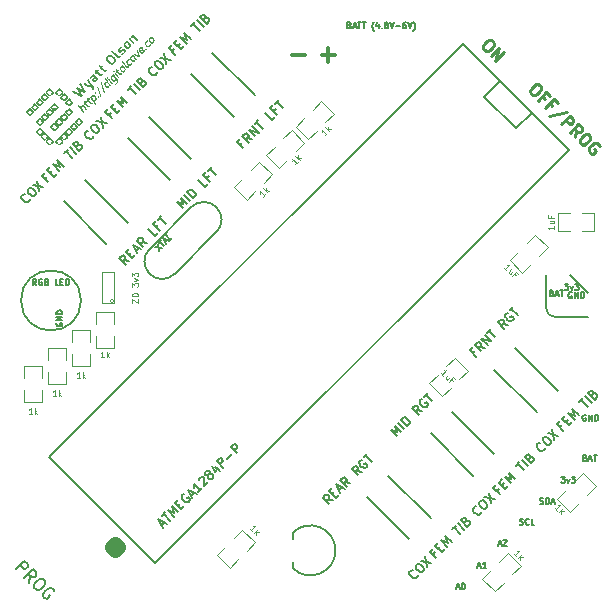
<source format=gto>
G04 (created by PCBNEW (2014-01-10 BZR 4027)-stable) date Thursday, April 17, 2014 'amt' 11:38:12 am*
%MOIN*%
G04 Gerber Fmt 3.4, Leading zero omitted, Abs format*
%FSLAX34Y34*%
G01*
G70*
G90*
G04 APERTURE LIST*
%ADD10C,0.00590551*%
%ADD11C,0.005*%
%ADD12C,0.05*%
%ADD13C,0.011811*%
%ADD14C,0.01*%
%ADD15C,0.0039*%
%ADD16C,0.0031*%
%ADD17C,0.0001*%
%ADD18C,0.0075*%
%ADD19C,0.0043*%
%ADD20C,0.008*%
G04 APERTURE END LIST*
G54D10*
G54D11*
X29874Y-23702D02*
X29969Y-23702D01*
X29855Y-23759D02*
X29921Y-23559D01*
X29988Y-23759D01*
X30045Y-23578D02*
X30055Y-23569D01*
X30074Y-23559D01*
X30121Y-23559D01*
X30140Y-23569D01*
X30150Y-23578D01*
X30159Y-23598D01*
X30159Y-23617D01*
X30150Y-23645D01*
X30035Y-23759D01*
X30159Y-23759D01*
X15157Y-16341D02*
X15147Y-16360D01*
X15147Y-16388D01*
X15157Y-16417D01*
X15176Y-16436D01*
X15195Y-16446D01*
X15233Y-16455D01*
X15262Y-16455D01*
X15300Y-16446D01*
X15319Y-16436D01*
X15338Y-16417D01*
X15347Y-16388D01*
X15347Y-16369D01*
X15338Y-16341D01*
X15328Y-16331D01*
X15262Y-16331D01*
X15262Y-16369D01*
X15347Y-16246D02*
X15147Y-16246D01*
X15347Y-16131D01*
X15147Y-16131D01*
X15347Y-16036D02*
X15147Y-16036D01*
X15147Y-15988D01*
X15157Y-15960D01*
X15176Y-15941D01*
X15195Y-15931D01*
X15233Y-15922D01*
X15262Y-15922D01*
X15300Y-15931D01*
X15319Y-15941D01*
X15338Y-15960D01*
X15347Y-15988D01*
X15347Y-16036D01*
X28484Y-25152D02*
X28579Y-25152D01*
X28465Y-25209D02*
X28531Y-25009D01*
X28598Y-25209D01*
X28703Y-25009D02*
X28722Y-25009D01*
X28741Y-25019D01*
X28750Y-25028D01*
X28760Y-25048D01*
X28769Y-25086D01*
X28769Y-25133D01*
X28760Y-25171D01*
X28750Y-25190D01*
X28741Y-25200D01*
X28722Y-25209D01*
X28703Y-25209D01*
X28684Y-25200D01*
X28674Y-25190D01*
X28665Y-25171D01*
X28655Y-25133D01*
X28655Y-25086D01*
X28665Y-25048D01*
X28674Y-25028D01*
X28684Y-25019D01*
X28703Y-25009D01*
X31652Y-15346D02*
X31680Y-15355D01*
X31690Y-15365D01*
X31700Y-15384D01*
X31700Y-15412D01*
X31690Y-15431D01*
X31680Y-15441D01*
X31661Y-15450D01*
X31585Y-15450D01*
X31585Y-15250D01*
X31652Y-15250D01*
X31671Y-15260D01*
X31680Y-15270D01*
X31690Y-15289D01*
X31690Y-15308D01*
X31680Y-15327D01*
X31671Y-15336D01*
X31652Y-15346D01*
X31585Y-15346D01*
X31776Y-15393D02*
X31871Y-15393D01*
X31757Y-15450D02*
X31823Y-15250D01*
X31890Y-15450D01*
X31928Y-15250D02*
X32042Y-15250D01*
X31985Y-15450D02*
X31985Y-15250D01*
X32091Y-15040D02*
X32215Y-15040D01*
X32149Y-15117D01*
X32177Y-15117D01*
X32196Y-15126D01*
X32206Y-15136D01*
X32215Y-15155D01*
X32215Y-15202D01*
X32206Y-15221D01*
X32196Y-15231D01*
X32177Y-15240D01*
X32120Y-15240D01*
X32101Y-15231D01*
X32091Y-15221D01*
X32282Y-15107D02*
X32330Y-15240D01*
X32377Y-15107D01*
X32434Y-15040D02*
X32558Y-15040D01*
X32491Y-15117D01*
X32520Y-15117D01*
X32539Y-15126D01*
X32549Y-15136D01*
X32558Y-15155D01*
X32558Y-15202D01*
X32549Y-15221D01*
X32539Y-15231D01*
X32520Y-15240D01*
X32463Y-15240D01*
X32444Y-15231D01*
X32434Y-15221D01*
X32327Y-15320D02*
X32308Y-15310D01*
X32280Y-15310D01*
X32251Y-15320D01*
X32232Y-15339D01*
X32222Y-15358D01*
X32213Y-15396D01*
X32213Y-15425D01*
X32222Y-15463D01*
X32232Y-15482D01*
X32251Y-15501D01*
X32280Y-15510D01*
X32299Y-15510D01*
X32327Y-15501D01*
X32337Y-15491D01*
X32337Y-15425D01*
X32299Y-15425D01*
X32422Y-15510D02*
X32422Y-15310D01*
X32537Y-15510D01*
X32537Y-15310D01*
X32632Y-15510D02*
X32632Y-15310D01*
X32680Y-15310D01*
X32708Y-15320D01*
X32727Y-15339D01*
X32737Y-15358D01*
X32746Y-15396D01*
X32746Y-15425D01*
X32737Y-15463D01*
X32727Y-15482D01*
X32708Y-15501D01*
X32680Y-15510D01*
X32632Y-15510D01*
X31978Y-21459D02*
X32102Y-21459D01*
X32035Y-21536D01*
X32064Y-21536D01*
X32083Y-21545D01*
X32093Y-21555D01*
X32102Y-21574D01*
X32102Y-21621D01*
X32093Y-21640D01*
X32083Y-21650D01*
X32064Y-21659D01*
X32007Y-21659D01*
X31988Y-21650D01*
X31978Y-21640D01*
X32169Y-21526D02*
X32216Y-21659D01*
X32264Y-21526D01*
X32321Y-21459D02*
X32445Y-21459D01*
X32378Y-21536D01*
X32407Y-21536D01*
X32426Y-21545D01*
X32435Y-21555D01*
X32445Y-21574D01*
X32445Y-21621D01*
X32435Y-21640D01*
X32426Y-21650D01*
X32407Y-21659D01*
X32350Y-21659D01*
X32331Y-21650D01*
X32321Y-21640D01*
X29194Y-24452D02*
X29289Y-24452D01*
X29175Y-24509D02*
X29241Y-24309D01*
X29308Y-24509D01*
X29479Y-24509D02*
X29365Y-24509D01*
X29422Y-24509D02*
X29422Y-24309D01*
X29403Y-24338D01*
X29384Y-24357D01*
X29365Y-24367D01*
X32779Y-20825D02*
X32807Y-20834D01*
X32817Y-20844D01*
X32826Y-20863D01*
X32826Y-20891D01*
X32817Y-20910D01*
X32807Y-20920D01*
X32788Y-20929D01*
X32712Y-20929D01*
X32712Y-20729D01*
X32779Y-20729D01*
X32798Y-20739D01*
X32807Y-20748D01*
X32817Y-20768D01*
X32817Y-20787D01*
X32807Y-20806D01*
X32798Y-20815D01*
X32779Y-20825D01*
X32712Y-20825D01*
X32903Y-20872D02*
X32998Y-20872D01*
X32884Y-20929D02*
X32950Y-20729D01*
X33017Y-20929D01*
X33055Y-20729D02*
X33169Y-20729D01*
X33112Y-20929D02*
X33112Y-20729D01*
X32794Y-19409D02*
X32775Y-19399D01*
X32746Y-19399D01*
X32718Y-19409D01*
X32699Y-19428D01*
X32689Y-19447D01*
X32680Y-19485D01*
X32680Y-19514D01*
X32689Y-19552D01*
X32699Y-19571D01*
X32718Y-19590D01*
X32746Y-19599D01*
X32765Y-19599D01*
X32794Y-19590D01*
X32804Y-19580D01*
X32804Y-19514D01*
X32765Y-19514D01*
X32889Y-19599D02*
X32889Y-19399D01*
X33004Y-19599D01*
X33004Y-19399D01*
X33099Y-19599D02*
X33099Y-19399D01*
X33146Y-19399D01*
X33175Y-19409D01*
X33194Y-19428D01*
X33204Y-19447D01*
X33213Y-19485D01*
X33213Y-19514D01*
X33204Y-19552D01*
X33194Y-19571D01*
X33175Y-19590D01*
X33146Y-19599D01*
X33099Y-19599D01*
X31264Y-22360D02*
X31292Y-22369D01*
X31340Y-22369D01*
X31359Y-22360D01*
X31368Y-22350D01*
X31378Y-22331D01*
X31378Y-22312D01*
X31368Y-22293D01*
X31359Y-22284D01*
X31340Y-22274D01*
X31302Y-22265D01*
X31283Y-22255D01*
X31273Y-22246D01*
X31264Y-22227D01*
X31264Y-22208D01*
X31273Y-22188D01*
X31283Y-22179D01*
X31302Y-22169D01*
X31349Y-22169D01*
X31378Y-22179D01*
X31464Y-22369D02*
X31464Y-22169D01*
X31511Y-22169D01*
X31540Y-22179D01*
X31559Y-22198D01*
X31568Y-22217D01*
X31578Y-22255D01*
X31578Y-22284D01*
X31568Y-22322D01*
X31559Y-22341D01*
X31540Y-22360D01*
X31511Y-22369D01*
X31464Y-22369D01*
X31654Y-22312D02*
X31749Y-22312D01*
X31635Y-22369D02*
X31702Y-22169D01*
X31768Y-22369D01*
X30588Y-23050D02*
X30617Y-23059D01*
X30665Y-23059D01*
X30684Y-23050D01*
X30693Y-23040D01*
X30703Y-23021D01*
X30703Y-23002D01*
X30693Y-22983D01*
X30684Y-22974D01*
X30665Y-22964D01*
X30626Y-22955D01*
X30607Y-22945D01*
X30598Y-22936D01*
X30588Y-22917D01*
X30588Y-22898D01*
X30598Y-22878D01*
X30607Y-22869D01*
X30626Y-22859D01*
X30674Y-22859D01*
X30703Y-22869D01*
X30903Y-23040D02*
X30893Y-23050D01*
X30865Y-23059D01*
X30845Y-23059D01*
X30817Y-23050D01*
X30798Y-23031D01*
X30788Y-23012D01*
X30779Y-22974D01*
X30779Y-22945D01*
X30788Y-22907D01*
X30798Y-22888D01*
X30817Y-22869D01*
X30845Y-22859D01*
X30865Y-22859D01*
X30893Y-22869D01*
X30903Y-22878D01*
X31084Y-23059D02*
X30988Y-23059D01*
X30988Y-22859D01*
G54D12*
X17100Y-23719D02*
X17004Y-23814D01*
X17100Y-23909D01*
X17195Y-23814D01*
X17100Y-23719D01*
X17100Y-23909D01*
G54D13*
X23441Y-7403D02*
X22991Y-7403D01*
X24441Y-7403D02*
X23991Y-7403D01*
X24216Y-7628D02*
X24216Y-7178D01*
G54D14*
X29663Y-6916D02*
X29717Y-6970D01*
X29730Y-7010D01*
X29730Y-7064D01*
X29690Y-7132D01*
X29595Y-7226D01*
X29528Y-7266D01*
X29474Y-7266D01*
X29434Y-7253D01*
X29380Y-7199D01*
X29366Y-7158D01*
X29366Y-7105D01*
X29407Y-7037D01*
X29501Y-6943D01*
X29568Y-6903D01*
X29622Y-6903D01*
X29663Y-6916D01*
X29622Y-7441D02*
X29905Y-7158D01*
X29784Y-7603D01*
X30067Y-7320D01*
X31239Y-8402D02*
X31293Y-8456D01*
X31306Y-8497D01*
X31306Y-8551D01*
X31266Y-8618D01*
X31172Y-8712D01*
X31104Y-8753D01*
X31051Y-8753D01*
X31010Y-8739D01*
X30956Y-8685D01*
X30943Y-8645D01*
X30943Y-8591D01*
X30983Y-8524D01*
X31077Y-8429D01*
X31145Y-8389D01*
X31199Y-8389D01*
X31239Y-8402D01*
X31441Y-8874D02*
X31347Y-8779D01*
X31199Y-8928D02*
X31482Y-8645D01*
X31616Y-8779D01*
X31684Y-9116D02*
X31589Y-9022D01*
X31441Y-9170D02*
X31724Y-8887D01*
X31859Y-9022D01*
X32182Y-9318D02*
X31576Y-9439D01*
X31980Y-9709D02*
X32263Y-9426D01*
X32370Y-9534D01*
X32384Y-9574D01*
X32384Y-9601D01*
X32370Y-9641D01*
X32330Y-9682D01*
X32290Y-9695D01*
X32263Y-9695D01*
X32222Y-9682D01*
X32115Y-9574D01*
X32424Y-10153D02*
X32465Y-9924D01*
X32263Y-9992D02*
X32546Y-9709D01*
X32653Y-9817D01*
X32667Y-9857D01*
X32667Y-9884D01*
X32653Y-9924D01*
X32613Y-9965D01*
X32572Y-9978D01*
X32546Y-9978D01*
X32505Y-9965D01*
X32397Y-9857D01*
X32882Y-10046D02*
X32936Y-10099D01*
X32950Y-10140D01*
X32950Y-10194D01*
X32909Y-10261D01*
X32815Y-10355D01*
X32748Y-10396D01*
X32694Y-10396D01*
X32653Y-10382D01*
X32599Y-10328D01*
X32586Y-10288D01*
X32586Y-10234D01*
X32626Y-10167D01*
X32721Y-10072D01*
X32788Y-10032D01*
X32842Y-10032D01*
X32882Y-10046D01*
X33259Y-10450D02*
X33246Y-10409D01*
X33206Y-10369D01*
X33152Y-10342D01*
X33098Y-10342D01*
X33057Y-10355D01*
X32990Y-10396D01*
X32950Y-10436D01*
X32909Y-10503D01*
X32896Y-10544D01*
X32896Y-10598D01*
X32923Y-10652D01*
X32950Y-10679D01*
X33003Y-10706D01*
X33030Y-10706D01*
X33125Y-10611D01*
X33071Y-10557D01*
G54D10*
X31466Y-15838D02*
G75*
G03X31766Y-16138I300J0D01*
G74*
G01*
X31466Y-15838D02*
X31466Y-14738D01*
X31766Y-16138D02*
X32866Y-16138D01*
X32266Y-14738D02*
X32866Y-15338D01*
X23026Y-23525D02*
X23026Y-23328D01*
X23026Y-24509D02*
X23026Y-24312D01*
X23026Y-24509D02*
G75*
G03X23026Y-23328I590J590D01*
G74*
G01*
X28693Y-7026D02*
X14904Y-20815D01*
X14904Y-20815D02*
X18440Y-24351D01*
X18440Y-24351D02*
X32228Y-10562D01*
X30991Y-9325D02*
X30461Y-9855D01*
X30461Y-9855D02*
X29400Y-8794D01*
X29400Y-8794D02*
X29930Y-8264D01*
X32228Y-10562D02*
X28693Y-7026D01*
X20480Y-13310D02*
X19088Y-14702D01*
X18253Y-13867D02*
X19645Y-12475D01*
X20480Y-13310D02*
G75*
G03X19645Y-12475I-417J417D01*
G74*
G01*
X18253Y-13867D02*
G75*
G03X19088Y-14702I417J-417D01*
G74*
G01*
G54D15*
X28287Y-18492D02*
X28004Y-18775D01*
X28004Y-18775D02*
X27580Y-18351D01*
X27580Y-18351D02*
X27863Y-18068D01*
X28146Y-17785D02*
X28429Y-17502D01*
X28429Y-17502D02*
X28853Y-17926D01*
X28853Y-17926D02*
X28570Y-18209D01*
X21066Y-23515D02*
X21349Y-23232D01*
X21349Y-23232D02*
X21773Y-23656D01*
X21773Y-23656D02*
X21490Y-23939D01*
X21207Y-24222D02*
X20924Y-24505D01*
X20924Y-24505D02*
X20500Y-24081D01*
X20500Y-24081D02*
X20783Y-23798D01*
X32266Y-13288D02*
X31866Y-13288D01*
X31866Y-13288D02*
X31866Y-12688D01*
X31866Y-12688D02*
X32266Y-12688D01*
X32666Y-12688D02*
X33066Y-12688D01*
X33066Y-12688D02*
X33066Y-13288D01*
X33066Y-13288D02*
X32666Y-13288D01*
X30967Y-14382D02*
X30684Y-14665D01*
X30684Y-14665D02*
X30260Y-14241D01*
X30260Y-14241D02*
X30543Y-13958D01*
X30826Y-13675D02*
X31109Y-13392D01*
X31109Y-13392D02*
X31533Y-13816D01*
X31533Y-13816D02*
X31250Y-14099D01*
X32416Y-21635D02*
X32699Y-21352D01*
X32699Y-21352D02*
X33123Y-21776D01*
X33123Y-21776D02*
X32840Y-22059D01*
X32557Y-22342D02*
X32274Y-22625D01*
X32274Y-22625D02*
X31850Y-22201D01*
X31850Y-22201D02*
X32133Y-21918D01*
X30057Y-25002D02*
X29774Y-25285D01*
X29774Y-25285D02*
X29350Y-24861D01*
X29350Y-24861D02*
X29633Y-24578D01*
X29916Y-24295D02*
X30199Y-24012D01*
X30199Y-24012D02*
X30623Y-24436D01*
X30623Y-24436D02*
X30340Y-24719D01*
X23689Y-9226D02*
X23972Y-8943D01*
X23972Y-8943D02*
X24396Y-9367D01*
X24396Y-9367D02*
X24113Y-9650D01*
X23830Y-9933D02*
X23547Y-10216D01*
X23547Y-10216D02*
X23123Y-9792D01*
X23123Y-9792D02*
X23406Y-9509D01*
X22850Y-10893D02*
X22567Y-11176D01*
X22567Y-11176D02*
X22143Y-10752D01*
X22143Y-10752D02*
X22426Y-10469D01*
X22709Y-10186D02*
X22992Y-9903D01*
X22992Y-9903D02*
X23416Y-10327D01*
X23416Y-10327D02*
X23133Y-10610D01*
X21629Y-11246D02*
X21912Y-10963D01*
X21912Y-10963D02*
X22336Y-11387D01*
X22336Y-11387D02*
X22053Y-11670D01*
X21770Y-11953D02*
X21487Y-12236D01*
X21487Y-12236D02*
X21063Y-11812D01*
X21063Y-11812D02*
X21346Y-11529D01*
X17060Y-16760D02*
X17060Y-17160D01*
X17060Y-17160D02*
X16460Y-17160D01*
X16460Y-17160D02*
X16460Y-16760D01*
X16460Y-16360D02*
X16460Y-15960D01*
X16460Y-15960D02*
X17060Y-15960D01*
X17060Y-15960D02*
X17060Y-16360D01*
X14666Y-18588D02*
X14666Y-18988D01*
X14666Y-18988D02*
X14066Y-18988D01*
X14066Y-18988D02*
X14066Y-18588D01*
X14066Y-18188D02*
X14066Y-17788D01*
X14066Y-17788D02*
X14666Y-17788D01*
X14666Y-17788D02*
X14666Y-18188D01*
X15466Y-17988D02*
X15466Y-18388D01*
X15466Y-18388D02*
X14866Y-18388D01*
X14866Y-18388D02*
X14866Y-17988D01*
X14866Y-17588D02*
X14866Y-17188D01*
X14866Y-17188D02*
X15466Y-17188D01*
X15466Y-17188D02*
X15466Y-17588D01*
X16266Y-17388D02*
X16266Y-17788D01*
X16266Y-17788D02*
X15666Y-17788D01*
X15666Y-17788D02*
X15666Y-17388D01*
X15666Y-16988D02*
X15666Y-16588D01*
X15666Y-16588D02*
X16266Y-16588D01*
X16266Y-16588D02*
X16266Y-16988D01*
G54D16*
X17070Y-15603D02*
G75*
G03X17070Y-15603I-62J0D01*
G74*
G01*
X16670Y-14640D02*
X17070Y-14640D01*
X16670Y-15665D02*
X17070Y-15665D01*
X17070Y-14640D02*
X17070Y-15665D01*
X16670Y-15665D02*
X16670Y-14640D01*
G54D10*
X15966Y-15588D02*
G75*
G03X15966Y-15588I-1000J0D01*
G74*
G01*
G54D17*
G36*
X15383Y-10267D02*
X15383Y-10285D01*
X15383Y-10305D01*
X15364Y-10324D01*
X15325Y-10286D01*
X15287Y-10247D01*
X15248Y-10209D01*
X15210Y-10247D01*
X15171Y-10286D01*
X15210Y-10324D01*
X15248Y-10363D01*
X15287Y-10324D01*
X15325Y-10286D01*
X15364Y-10324D01*
X15325Y-10363D01*
X15267Y-10420D01*
X15248Y-10420D01*
X15229Y-10420D01*
X15171Y-10362D01*
X15114Y-10305D01*
X15113Y-10286D01*
X15114Y-10267D01*
X15172Y-10209D01*
X15229Y-10152D01*
X15248Y-10151D01*
X15267Y-10152D01*
X15325Y-10209D01*
X15383Y-10267D01*
X15383Y-10267D01*
X15383Y-10267D01*
G37*
G36*
X15546Y-10103D02*
X15545Y-10123D01*
X15546Y-10142D01*
X15527Y-10161D01*
X15412Y-10045D01*
X15373Y-10084D01*
X15335Y-10123D01*
X15373Y-10161D01*
X15412Y-10200D01*
X15449Y-10161D01*
X15487Y-10123D01*
X15450Y-10084D01*
X15412Y-10045D01*
X15527Y-10161D01*
X15488Y-10200D01*
X15431Y-10257D01*
X15411Y-10257D01*
X15393Y-10257D01*
X15335Y-10199D01*
X15276Y-10140D01*
X15277Y-10123D01*
X15277Y-10104D01*
X15335Y-10046D01*
X15393Y-9988D01*
X15411Y-9988D01*
X15431Y-9988D01*
X15488Y-10045D01*
X15546Y-10103D01*
X15546Y-10103D01*
X15546Y-10103D01*
G37*
G36*
X15709Y-9939D02*
X15709Y-9959D01*
X15709Y-9979D01*
X15690Y-9998D01*
X15651Y-9960D01*
X15613Y-9921D01*
X15574Y-9883D01*
X15536Y-9921D01*
X15498Y-9959D01*
X15536Y-9997D01*
X15575Y-10036D01*
X15613Y-9998D01*
X15651Y-9960D01*
X15690Y-9998D01*
X15651Y-10036D01*
X15594Y-10094D01*
X15574Y-10094D01*
X15555Y-10094D01*
X15497Y-10036D01*
X15440Y-9979D01*
X15439Y-9960D01*
X15440Y-9941D01*
X15498Y-9883D01*
X15556Y-9825D01*
X15574Y-9825D01*
X15594Y-9825D01*
X15651Y-9882D01*
X15709Y-9939D01*
X15709Y-9939D01*
X15709Y-9939D01*
G37*
G36*
X15872Y-9777D02*
X15871Y-9797D01*
X15872Y-9816D01*
X15853Y-9835D01*
X15815Y-9797D01*
X15776Y-9758D01*
X15738Y-9719D01*
X15699Y-9758D01*
X15661Y-9797D01*
X15698Y-9834D01*
X15706Y-9842D01*
X15714Y-9850D01*
X15720Y-9856D01*
X15726Y-9862D01*
X15731Y-9867D01*
X15734Y-9870D01*
X15736Y-9872D01*
X15737Y-9873D01*
X15738Y-9871D01*
X15741Y-9869D01*
X15744Y-9866D01*
X15750Y-9862D01*
X15755Y-9856D01*
X15762Y-9850D01*
X15770Y-9842D01*
X15777Y-9835D01*
X15815Y-9797D01*
X15853Y-9835D01*
X15814Y-9874D01*
X15757Y-9931D01*
X15737Y-9931D01*
X15719Y-9931D01*
X15661Y-9873D01*
X15603Y-9816D01*
X15603Y-9797D01*
X15603Y-9777D01*
X15661Y-9719D01*
X15719Y-9661D01*
X15738Y-9661D01*
X15756Y-9661D01*
X15814Y-9719D01*
X15872Y-9777D01*
X15872Y-9777D01*
X15872Y-9777D01*
G37*
G36*
X16035Y-9614D02*
X16035Y-9633D01*
X16035Y-9652D01*
X16016Y-9671D01*
X15978Y-9633D01*
X15939Y-9594D01*
X15901Y-9556D01*
X15862Y-9595D01*
X15823Y-9634D01*
X15861Y-9672D01*
X15900Y-9711D01*
X15939Y-9672D01*
X15978Y-9633D01*
X16016Y-9671D01*
X15977Y-9710D01*
X15919Y-9768D01*
X15900Y-9768D01*
X15881Y-9768D01*
X15823Y-9710D01*
X15766Y-9653D01*
X15766Y-9633D01*
X15767Y-9614D01*
X15824Y-9557D01*
X15882Y-9499D01*
X15900Y-9499D01*
X15920Y-9499D01*
X15977Y-9556D01*
X16035Y-9614D01*
X16035Y-9614D01*
X16035Y-9614D01*
G37*
G36*
X17060Y-8046D02*
X17061Y-8047D01*
X17062Y-8050D01*
X17066Y-8054D01*
X17069Y-8060D01*
X17075Y-8067D01*
X17081Y-8075D01*
X17088Y-8084D01*
X17095Y-8094D01*
X17102Y-8104D01*
X17110Y-8115D01*
X17119Y-8126D01*
X17126Y-8138D01*
X17136Y-8150D01*
X17144Y-8162D01*
X17152Y-8174D01*
X17160Y-8185D01*
X17168Y-8196D01*
X17175Y-8206D01*
X17182Y-8215D01*
X17187Y-8223D01*
X17193Y-8230D01*
X17197Y-8236D01*
X17201Y-8241D01*
X17202Y-8244D01*
X17204Y-8245D01*
X17210Y-8257D01*
X17213Y-8269D01*
X17214Y-8270D01*
X17045Y-8101D01*
X17044Y-8100D01*
X17044Y-8101D01*
X17042Y-8102D01*
X17039Y-8104D01*
X17036Y-8107D01*
X17032Y-8111D01*
X17025Y-8118D01*
X17024Y-8119D01*
X17017Y-8126D01*
X17011Y-8132D01*
X17006Y-8137D01*
X17003Y-8141D01*
X17001Y-8145D01*
X17000Y-8148D01*
X16998Y-8150D01*
X16998Y-8154D01*
X16998Y-8155D01*
X16997Y-8160D01*
X16998Y-8167D01*
X16999Y-8174D01*
X17001Y-8182D01*
X17003Y-8186D01*
X17007Y-8193D01*
X17011Y-8201D01*
X17018Y-8210D01*
X17025Y-8220D01*
X17032Y-8230D01*
X17039Y-8239D01*
X17047Y-8247D01*
X17054Y-8252D01*
X17061Y-8254D01*
X17068Y-8256D01*
X17076Y-8254D01*
X17079Y-8252D01*
X17083Y-8250D01*
X17086Y-8247D01*
X17091Y-8242D01*
X17096Y-8237D01*
X17100Y-8232D01*
X17102Y-8227D01*
X17105Y-8223D01*
X17109Y-8218D01*
X17112Y-8213D01*
X17115Y-8209D01*
X17117Y-8205D01*
X17117Y-8203D01*
X17117Y-8203D01*
X17117Y-8201D01*
X17115Y-8199D01*
X17112Y-8195D01*
X17108Y-8189D01*
X17105Y-8183D01*
X17099Y-8176D01*
X17093Y-8167D01*
X17087Y-8160D01*
X17081Y-8151D01*
X17076Y-8143D01*
X17069Y-8135D01*
X17064Y-8126D01*
X17059Y-8120D01*
X17054Y-8113D01*
X17051Y-8108D01*
X17047Y-8104D01*
X17046Y-8102D01*
X17045Y-8101D01*
X17214Y-8270D01*
X17216Y-8280D01*
X17216Y-8292D01*
X17214Y-8304D01*
X17213Y-8308D01*
X17211Y-8313D01*
X17209Y-8317D01*
X17206Y-8322D01*
X17203Y-8326D01*
X17199Y-8331D01*
X17194Y-8336D01*
X17189Y-8342D01*
X17182Y-8348D01*
X17173Y-8355D01*
X17163Y-8363D01*
X17152Y-8373D01*
X17151Y-8374D01*
X17143Y-8380D01*
X17136Y-8386D01*
X17129Y-8392D01*
X17124Y-8396D01*
X17119Y-8399D01*
X17117Y-8401D01*
X17115Y-8403D01*
X17115Y-8403D01*
X17114Y-8401D01*
X17112Y-8399D01*
X17109Y-8396D01*
X17106Y-8392D01*
X17105Y-8392D01*
X17097Y-8380D01*
X17131Y-8344D01*
X17167Y-8308D01*
X17170Y-8302D01*
X17171Y-8293D01*
X17171Y-8285D01*
X17170Y-8276D01*
X17167Y-8273D01*
X17167Y-8271D01*
X17165Y-8267D01*
X17161Y-8262D01*
X17158Y-8257D01*
X17154Y-8251D01*
X17150Y-8245D01*
X17146Y-8240D01*
X17143Y-8235D01*
X17140Y-8232D01*
X17138Y-8230D01*
X17137Y-8230D01*
X17136Y-8230D01*
X17135Y-8233D01*
X17134Y-8237D01*
X17133Y-8238D01*
X17129Y-8247D01*
X17126Y-8254D01*
X17122Y-8260D01*
X17118Y-8266D01*
X17112Y-8272D01*
X17107Y-8277D01*
X17101Y-8283D01*
X17097Y-8286D01*
X17095Y-8289D01*
X17091Y-8291D01*
X17089Y-8293D01*
X17086Y-8295D01*
X17077Y-8298D01*
X17068Y-8300D01*
X17059Y-8300D01*
X17054Y-8300D01*
X17049Y-8299D01*
X17044Y-8297D01*
X17039Y-8294D01*
X17035Y-8293D01*
X17031Y-8290D01*
X17029Y-8288D01*
X17025Y-8286D01*
X17023Y-8283D01*
X17018Y-8279D01*
X17013Y-8274D01*
X17011Y-8271D01*
X16996Y-8256D01*
X16984Y-8241D01*
X16974Y-8226D01*
X16966Y-8211D01*
X16960Y-8196D01*
X16957Y-8186D01*
X16956Y-8179D01*
X16955Y-8169D01*
X16956Y-8160D01*
X16957Y-8152D01*
X16958Y-8147D01*
X16961Y-8140D01*
X16965Y-8132D01*
X16969Y-8124D01*
X16974Y-8119D01*
X16975Y-8116D01*
X16979Y-8111D01*
X16985Y-8107D01*
X16991Y-8102D01*
X16997Y-8095D01*
X17004Y-8090D01*
X17011Y-8084D01*
X17017Y-8078D01*
X17023Y-8073D01*
X17023Y-8073D01*
X17028Y-8070D01*
X17033Y-8066D01*
X17039Y-8062D01*
X17044Y-8058D01*
X17049Y-8054D01*
X17053Y-8051D01*
X17056Y-8049D01*
X17059Y-8047D01*
X17060Y-8046D01*
X17060Y-8046D01*
X17060Y-8046D01*
G37*
G36*
X16443Y-8761D02*
X16450Y-8768D01*
X16457Y-8777D01*
X16465Y-8787D01*
X16469Y-8793D01*
X16477Y-8805D01*
X16483Y-8816D01*
X16488Y-8826D01*
X16491Y-8837D01*
X16494Y-8847D01*
X16494Y-8848D01*
X16496Y-8861D01*
X16495Y-8873D01*
X16495Y-8876D01*
X16412Y-8792D01*
X16406Y-8788D01*
X16401Y-8783D01*
X16397Y-8780D01*
X16396Y-8780D01*
X16388Y-8776D01*
X16381Y-8775D01*
X16375Y-8775D01*
X16368Y-8778D01*
X16347Y-8799D01*
X16326Y-8820D01*
X16362Y-8870D01*
X16368Y-8879D01*
X16375Y-8889D01*
X16380Y-8897D01*
X16386Y-8904D01*
X16391Y-8911D01*
X16395Y-8915D01*
X16397Y-8920D01*
X16399Y-8921D01*
X16400Y-8922D01*
X16401Y-8922D01*
X16405Y-8921D01*
X16409Y-8919D01*
X16414Y-8917D01*
X16420Y-8913D01*
X16426Y-8910D01*
X16430Y-8906D01*
X16434Y-8903D01*
X16436Y-8900D01*
X16439Y-8896D01*
X16443Y-8893D01*
X16443Y-8892D01*
X16449Y-8884D01*
X16451Y-8876D01*
X16453Y-8867D01*
X16452Y-8858D01*
X16450Y-8850D01*
X16447Y-8845D01*
X16443Y-8837D01*
X16438Y-8829D01*
X16434Y-8821D01*
X16429Y-8814D01*
X16425Y-8809D01*
X16421Y-8804D01*
X16417Y-8799D01*
X16412Y-8792D01*
X16495Y-8876D01*
X16492Y-8886D01*
X16487Y-8896D01*
X16479Y-8907D01*
X16470Y-8918D01*
X16461Y-8925D01*
X16450Y-8934D01*
X16438Y-8941D01*
X16429Y-8946D01*
X16427Y-8947D01*
X16423Y-8948D01*
X16420Y-8949D01*
X16419Y-8950D01*
X16419Y-8950D01*
X16420Y-8951D01*
X16422Y-8954D01*
X16424Y-8958D01*
X16429Y-8964D01*
X16433Y-8969D01*
X16438Y-8977D01*
X16443Y-8984D01*
X16449Y-8993D01*
X16455Y-9000D01*
X16460Y-9008D01*
X16466Y-9017D01*
X16471Y-9023D01*
X16476Y-9029D01*
X16480Y-9035D01*
X16483Y-9039D01*
X16484Y-9042D01*
X16485Y-9043D01*
X16485Y-9044D01*
X16483Y-9046D01*
X16480Y-9049D01*
X16476Y-9053D01*
X16471Y-9058D01*
X16470Y-9059D01*
X16454Y-9075D01*
X16453Y-9073D01*
X16452Y-9072D01*
X16450Y-9069D01*
X16447Y-9064D01*
X16443Y-9058D01*
X16438Y-9051D01*
X16431Y-9042D01*
X16424Y-9032D01*
X16416Y-9020D01*
X16407Y-9009D01*
X16398Y-8995D01*
X16388Y-8982D01*
X16378Y-8968D01*
X16367Y-8953D01*
X16365Y-8949D01*
X16354Y-8935D01*
X16344Y-8920D01*
X16334Y-8907D01*
X16325Y-8894D01*
X16316Y-8881D01*
X16308Y-8870D01*
X16301Y-8860D01*
X16295Y-8851D01*
X16289Y-8843D01*
X16285Y-8837D01*
X16281Y-8832D01*
X16279Y-8829D01*
X16278Y-8827D01*
X16278Y-8827D01*
X16279Y-8826D01*
X16280Y-8824D01*
X16282Y-8820D01*
X16283Y-8819D01*
X16291Y-8809D01*
X16300Y-8798D01*
X16309Y-8787D01*
X16320Y-8775D01*
X16330Y-8766D01*
X16337Y-8759D01*
X16342Y-8753D01*
X16347Y-8749D01*
X16350Y-8745D01*
X16352Y-8743D01*
X16354Y-8741D01*
X16357Y-8739D01*
X16358Y-8739D01*
X16366Y-8734D01*
X16373Y-8732D01*
X16381Y-8731D01*
X16385Y-8730D01*
X16395Y-8732D01*
X16405Y-8734D01*
X16414Y-8739D01*
X16425Y-8745D01*
X16435Y-8754D01*
X16443Y-8761D01*
X16443Y-8761D01*
X16443Y-8761D01*
G37*
G36*
X16535Y-8432D02*
X16535Y-8433D01*
X16536Y-8436D01*
X16537Y-8442D01*
X16540Y-8449D01*
X16543Y-8457D01*
X16546Y-8467D01*
X16551Y-8479D01*
X16555Y-8492D01*
X16559Y-8506D01*
X16565Y-8522D01*
X16571Y-8539D01*
X16576Y-8556D01*
X16583Y-8573D01*
X16589Y-8592D01*
X16593Y-8602D01*
X16651Y-8771D01*
X16634Y-8787D01*
X16618Y-8805D01*
X16615Y-8797D01*
X16615Y-8795D01*
X16613Y-8792D01*
X16611Y-8785D01*
X16609Y-8778D01*
X16605Y-8768D01*
X16602Y-8758D01*
X16598Y-8745D01*
X16593Y-8732D01*
X16588Y-8717D01*
X16582Y-8701D01*
X16576Y-8684D01*
X16570Y-8667D01*
X16564Y-8648D01*
X16558Y-8629D01*
X16557Y-8627D01*
X16501Y-8465D01*
X16518Y-8448D01*
X16523Y-8443D01*
X16528Y-8439D01*
X16531Y-8435D01*
X16533Y-8433D01*
X16535Y-8432D01*
X16535Y-8432D01*
X16535Y-8432D01*
X16535Y-8432D01*
G37*
G36*
X16653Y-8315D02*
X16653Y-8316D01*
X16654Y-8319D01*
X16656Y-8324D01*
X16658Y-8332D01*
X16661Y-8341D01*
X16665Y-8351D01*
X16669Y-8363D01*
X16673Y-8375D01*
X16678Y-8390D01*
X16684Y-8406D01*
X16689Y-8422D01*
X16695Y-8440D01*
X16702Y-8457D01*
X16708Y-8476D01*
X16711Y-8485D01*
X16768Y-8654D01*
X16752Y-8670D01*
X16736Y-8687D01*
X16726Y-8659D01*
X16724Y-8654D01*
X16722Y-8647D01*
X16719Y-8639D01*
X16716Y-8628D01*
X16711Y-8617D01*
X16707Y-8604D01*
X16702Y-8590D01*
X16697Y-8575D01*
X16692Y-8558D01*
X16687Y-8541D01*
X16680Y-8524D01*
X16674Y-8506D01*
X16668Y-8489D01*
X16619Y-8347D01*
X16636Y-8331D01*
X16642Y-8324D01*
X16647Y-8319D01*
X16650Y-8317D01*
X16652Y-8314D01*
X16653Y-8315D01*
X16653Y-8315D01*
X16653Y-8315D01*
G37*
G36*
X18020Y-7145D02*
X18028Y-7155D01*
X18034Y-7165D01*
X18039Y-7176D01*
X18041Y-7187D01*
X18042Y-7196D01*
X18042Y-7204D01*
X18041Y-7211D01*
X18039Y-7216D01*
X18036Y-7225D01*
X17992Y-7181D01*
X17986Y-7177D01*
X17981Y-7175D01*
X17976Y-7175D01*
X17974Y-7175D01*
X17969Y-7177D01*
X17963Y-7182D01*
X17957Y-7187D01*
X17950Y-7193D01*
X17948Y-7197D01*
X17942Y-7204D01*
X17938Y-7211D01*
X17936Y-7217D01*
X17935Y-7224D01*
X17935Y-7230D01*
X17938Y-7238D01*
X17940Y-7247D01*
X17945Y-7256D01*
X17952Y-7267D01*
X17953Y-7268D01*
X17954Y-7269D01*
X17954Y-7269D01*
X17956Y-7268D01*
X17958Y-7267D01*
X17961Y-7264D01*
X17964Y-7261D01*
X17969Y-7256D01*
X17974Y-7252D01*
X17979Y-7246D01*
X17983Y-7241D01*
X17987Y-7237D01*
X17989Y-7233D01*
X17991Y-7230D01*
X17992Y-7229D01*
X17998Y-7219D01*
X18000Y-7210D01*
X18000Y-7201D01*
X18000Y-7193D01*
X17996Y-7186D01*
X17992Y-7181D01*
X18036Y-7225D01*
X18035Y-7227D01*
X18030Y-7238D01*
X18024Y-7247D01*
X18023Y-7249D01*
X18020Y-7254D01*
X18014Y-7259D01*
X18008Y-7265D01*
X18002Y-7271D01*
X17996Y-7278D01*
X17989Y-7283D01*
X17983Y-7287D01*
X17982Y-7288D01*
X17979Y-7291D01*
X17976Y-7293D01*
X17974Y-7294D01*
X17974Y-7295D01*
X17974Y-7296D01*
X17976Y-7298D01*
X17979Y-7302D01*
X17980Y-7303D01*
X17987Y-7310D01*
X17992Y-7315D01*
X17998Y-7318D01*
X18003Y-7320D01*
X18010Y-7319D01*
X18015Y-7316D01*
X18020Y-7312D01*
X18024Y-7310D01*
X18029Y-7305D01*
X18036Y-7298D01*
X18042Y-7292D01*
X18049Y-7285D01*
X18056Y-7277D01*
X18063Y-7270D01*
X18068Y-7263D01*
X18073Y-7257D01*
X18076Y-7252D01*
X18080Y-7249D01*
X18082Y-7245D01*
X18084Y-7243D01*
X18084Y-7243D01*
X18085Y-7244D01*
X18087Y-7246D01*
X18090Y-7250D01*
X18093Y-7254D01*
X18097Y-7257D01*
X18099Y-7261D01*
X18101Y-7264D01*
X18103Y-7267D01*
X18102Y-7269D01*
X18101Y-7271D01*
X18099Y-7276D01*
X18095Y-7281D01*
X18091Y-7288D01*
X18087Y-7294D01*
X18081Y-7301D01*
X18076Y-7308D01*
X18073Y-7312D01*
X18061Y-7326D01*
X18049Y-7339D01*
X18039Y-7347D01*
X18031Y-7354D01*
X18024Y-7359D01*
X18017Y-7362D01*
X18010Y-7364D01*
X18003Y-7365D01*
X18000Y-7365D01*
X17992Y-7363D01*
X17983Y-7361D01*
X17975Y-7356D01*
X17967Y-7351D01*
X17957Y-7343D01*
X17952Y-7337D01*
X17942Y-7328D01*
X17934Y-7317D01*
X17926Y-7305D01*
X17917Y-7294D01*
X17910Y-7281D01*
X17904Y-7271D01*
X17899Y-7259D01*
X17895Y-7250D01*
X17893Y-7240D01*
X17892Y-7230D01*
X17894Y-7217D01*
X17898Y-7206D01*
X17904Y-7193D01*
X17911Y-7182D01*
X17915Y-7177D01*
X17920Y-7171D01*
X17926Y-7165D01*
X17933Y-7158D01*
X17939Y-7153D01*
X17945Y-7148D01*
X17949Y-7145D01*
X17960Y-7138D01*
X17970Y-7134D01*
X17979Y-7130D01*
X17988Y-7129D01*
X17993Y-7130D01*
X18000Y-7131D01*
X18006Y-7134D01*
X18011Y-7138D01*
X18017Y-7143D01*
X18020Y-7145D01*
X18020Y-7145D01*
X18020Y-7145D01*
G37*
G36*
X16790Y-8168D02*
X16791Y-8169D01*
X16793Y-8172D01*
X16796Y-8176D01*
X16800Y-8182D01*
X16805Y-8189D01*
X16812Y-8197D01*
X16819Y-8207D01*
X16827Y-8218D01*
X16835Y-8230D01*
X16845Y-8243D01*
X16855Y-8257D01*
X16865Y-8271D01*
X16875Y-8286D01*
X16879Y-8291D01*
X16969Y-8413D01*
X16956Y-8426D01*
X16955Y-8428D01*
X16842Y-8315D01*
X16842Y-8314D01*
X16839Y-8315D01*
X16837Y-8317D01*
X16832Y-8319D01*
X16828Y-8322D01*
X16823Y-8326D01*
X16819Y-8329D01*
X16816Y-8330D01*
X16813Y-8334D01*
X16808Y-8337D01*
X16803Y-8342D01*
X16800Y-8344D01*
X16796Y-8348D01*
X16793Y-8351D01*
X16791Y-8355D01*
X16791Y-8357D01*
X16789Y-8360D01*
X16788Y-8365D01*
X16788Y-8372D01*
X16790Y-8380D01*
X16793Y-8389D01*
X16798Y-8398D01*
X16804Y-8408D01*
X16806Y-8412D01*
X16813Y-8422D01*
X16820Y-8431D01*
X16826Y-8439D01*
X16833Y-8446D01*
X16836Y-8449D01*
X16840Y-8453D01*
X16844Y-8456D01*
X16848Y-8458D01*
X16851Y-8459D01*
X16851Y-8460D01*
X16858Y-8462D01*
X16865Y-8461D01*
X16870Y-8459D01*
X16871Y-8459D01*
X16874Y-8456D01*
X16878Y-8452D01*
X16883Y-8447D01*
X16887Y-8442D01*
X16890Y-8437D01*
X16892Y-8435D01*
X16894Y-8432D01*
X16896Y-8427D01*
X16899Y-8423D01*
X16902Y-8417D01*
X16904Y-8412D01*
X16905Y-8408D01*
X16907Y-8405D01*
X16907Y-8404D01*
X16907Y-8403D01*
X16907Y-8402D01*
X16904Y-8399D01*
X16901Y-8395D01*
X16897Y-8390D01*
X16892Y-8384D01*
X16887Y-8376D01*
X16880Y-8367D01*
X16875Y-8359D01*
X16868Y-8350D01*
X16862Y-8342D01*
X16856Y-8334D01*
X16851Y-8327D01*
X16848Y-8322D01*
X16844Y-8318D01*
X16842Y-8315D01*
X16955Y-8428D01*
X16943Y-8439D01*
X16935Y-8435D01*
X16931Y-8432D01*
X16928Y-8430D01*
X16926Y-8430D01*
X16925Y-8429D01*
X16925Y-8430D01*
X16924Y-8433D01*
X16923Y-8437D01*
X16923Y-8437D01*
X16921Y-8445D01*
X16917Y-8454D01*
X16914Y-8462D01*
X16911Y-8470D01*
X16908Y-8474D01*
X16904Y-8480D01*
X16898Y-8487D01*
X16893Y-8493D01*
X16887Y-8498D01*
X16885Y-8500D01*
X16875Y-8505D01*
X16865Y-8507D01*
X16856Y-8508D01*
X16846Y-8507D01*
X16844Y-8506D01*
X16837Y-8504D01*
X16830Y-8500D01*
X16822Y-8495D01*
X16813Y-8490D01*
X16811Y-8488D01*
X16803Y-8481D01*
X16794Y-8471D01*
X16786Y-8461D01*
X16777Y-8449D01*
X16769Y-8437D01*
X16762Y-8425D01*
X16757Y-8413D01*
X16753Y-8407D01*
X16749Y-8394D01*
X16747Y-8384D01*
X16746Y-8373D01*
X16746Y-8363D01*
X16749Y-8353D01*
X16753Y-8343D01*
X16753Y-8343D01*
X16756Y-8339D01*
X16758Y-8336D01*
X16760Y-8332D01*
X16763Y-8329D01*
X16767Y-8325D01*
X16780Y-8314D01*
X16793Y-8303D01*
X16808Y-8295D01*
X16815Y-8291D01*
X16819Y-8290D01*
X16822Y-8289D01*
X16823Y-8288D01*
X16823Y-8288D01*
X16822Y-8287D01*
X16820Y-8283D01*
X16817Y-8279D01*
X16814Y-8274D01*
X16809Y-8268D01*
X16803Y-8260D01*
X16797Y-8252D01*
X16791Y-8243D01*
X16759Y-8199D01*
X16774Y-8184D01*
X16779Y-8179D01*
X16784Y-8174D01*
X16787Y-8171D01*
X16789Y-8169D01*
X16790Y-8168D01*
X16790Y-8168D01*
X16790Y-8168D01*
G37*
G36*
X17377Y-7752D02*
X17380Y-7755D01*
X17383Y-7759D01*
X17387Y-7764D01*
X17392Y-7770D01*
X17397Y-7777D01*
X17403Y-7786D01*
X17411Y-7796D01*
X17419Y-7807D01*
X17426Y-7817D01*
X17435Y-7829D01*
X17443Y-7840D01*
X17451Y-7849D01*
X17458Y-7859D01*
X17464Y-7868D01*
X17470Y-7875D01*
X17475Y-7882D01*
X17479Y-7887D01*
X17481Y-7890D01*
X17482Y-7892D01*
X17486Y-7897D01*
X17474Y-7909D01*
X17472Y-7912D01*
X17355Y-7795D01*
X17353Y-7795D01*
X17351Y-7797D01*
X17347Y-7799D01*
X17346Y-7800D01*
X17339Y-7805D01*
X17332Y-7810D01*
X17324Y-7817D01*
X17318Y-7825D01*
X17314Y-7832D01*
X17310Y-7839D01*
X17307Y-7848D01*
X17307Y-7856D01*
X17307Y-7862D01*
X17309Y-7868D01*
X17312Y-7876D01*
X17317Y-7885D01*
X17322Y-7894D01*
X17328Y-7903D01*
X17334Y-7911D01*
X17340Y-7921D01*
X17346Y-7927D01*
X17352Y-7933D01*
X17354Y-7935D01*
X17361Y-7940D01*
X17367Y-7943D01*
X17374Y-7945D01*
X17380Y-7945D01*
X17385Y-7944D01*
X17385Y-7943D01*
X17388Y-7942D01*
X17390Y-7941D01*
X17392Y-7939D01*
X17395Y-7936D01*
X17399Y-7931D01*
X17403Y-7927D01*
X17406Y-7923D01*
X17409Y-7918D01*
X17409Y-7918D01*
X17411Y-7915D01*
X17413Y-7910D01*
X17415Y-7904D01*
X17417Y-7897D01*
X17419Y-7892D01*
X17420Y-7887D01*
X17420Y-7886D01*
X17421Y-7885D01*
X17419Y-7884D01*
X17419Y-7882D01*
X17416Y-7878D01*
X17414Y-7874D01*
X17410Y-7869D01*
X17405Y-7863D01*
X17399Y-7854D01*
X17392Y-7845D01*
X17388Y-7840D01*
X17382Y-7831D01*
X17376Y-7822D01*
X17370Y-7815D01*
X17365Y-7808D01*
X17361Y-7803D01*
X17358Y-7798D01*
X17356Y-7796D01*
X17355Y-7795D01*
X17472Y-7912D01*
X17462Y-7921D01*
X17452Y-7916D01*
X17443Y-7910D01*
X17441Y-7917D01*
X17440Y-7924D01*
X17438Y-7932D01*
X17434Y-7941D01*
X17430Y-7950D01*
X17428Y-7952D01*
X17425Y-7959D01*
X17421Y-7964D01*
X17416Y-7971D01*
X17410Y-7976D01*
X17406Y-7981D01*
X17405Y-7981D01*
X17396Y-7986D01*
X17387Y-7990D01*
X17377Y-7992D01*
X17371Y-7991D01*
X17362Y-7991D01*
X17354Y-7988D01*
X17346Y-7984D01*
X17338Y-7979D01*
X17329Y-7972D01*
X17320Y-7963D01*
X17311Y-7952D01*
X17303Y-7943D01*
X17294Y-7931D01*
X17287Y-7921D01*
X17281Y-7911D01*
X17277Y-7901D01*
X17273Y-7892D01*
X17269Y-7881D01*
X17269Y-7880D01*
X17266Y-7870D01*
X17266Y-7859D01*
X17266Y-7849D01*
X17268Y-7840D01*
X17269Y-7836D01*
X17272Y-7829D01*
X17274Y-7822D01*
X17278Y-7817D01*
X17281Y-7811D01*
X17287Y-7805D01*
X17291Y-7800D01*
X17298Y-7793D01*
X17306Y-7785D01*
X17314Y-7778D01*
X17322Y-7771D01*
X17331Y-7766D01*
X17339Y-7761D01*
X17346Y-7757D01*
X17353Y-7754D01*
X17360Y-7751D01*
X17363Y-7751D01*
X17365Y-7750D01*
X17367Y-7749D01*
X17368Y-7749D01*
X17370Y-7749D01*
X17372Y-7749D01*
X17373Y-7749D01*
X17375Y-7751D01*
X17377Y-7752D01*
X17377Y-7752D01*
X17377Y-7752D01*
G37*
G36*
X17572Y-7537D02*
X17574Y-7539D01*
X17576Y-7543D01*
X17579Y-7547D01*
X17583Y-7551D01*
X17585Y-7555D01*
X17587Y-7558D01*
X17588Y-7559D01*
X17588Y-7559D01*
X17587Y-7561D01*
X17585Y-7563D01*
X17581Y-7566D01*
X17577Y-7571D01*
X17572Y-7576D01*
X17569Y-7577D01*
X17561Y-7585D01*
X17552Y-7592D01*
X17544Y-7600D01*
X17537Y-7607D01*
X17532Y-7613D01*
X17527Y-7617D01*
X17525Y-7621D01*
X17523Y-7623D01*
X17521Y-7629D01*
X17520Y-7636D01*
X17520Y-7643D01*
X17520Y-7644D01*
X17522Y-7652D01*
X17526Y-7660D01*
X17530Y-7668D01*
X17537Y-7677D01*
X17542Y-7687D01*
X17548Y-7696D01*
X17555Y-7704D01*
X17561Y-7712D01*
X17568Y-7719D01*
X17574Y-7725D01*
X17579Y-7728D01*
X17582Y-7730D01*
X17588Y-7731D01*
X17595Y-7731D01*
X17600Y-7730D01*
X17603Y-7728D01*
X17607Y-7726D01*
X17611Y-7722D01*
X17616Y-7717D01*
X17623Y-7710D01*
X17630Y-7703D01*
X17638Y-7695D01*
X17645Y-7686D01*
X17648Y-7683D01*
X17653Y-7677D01*
X17658Y-7672D01*
X17661Y-7667D01*
X17664Y-7665D01*
X17665Y-7663D01*
X17666Y-7662D01*
X17667Y-7663D01*
X17669Y-7665D01*
X17672Y-7670D01*
X17674Y-7674D01*
X17675Y-7675D01*
X17684Y-7686D01*
X17679Y-7695D01*
X17670Y-7709D01*
X17660Y-7723D01*
X17653Y-7732D01*
X17648Y-7737D01*
X17645Y-7742D01*
X17640Y-7747D01*
X17634Y-7752D01*
X17629Y-7757D01*
X17625Y-7761D01*
X17621Y-7765D01*
X17619Y-7766D01*
X17614Y-7769D01*
X17609Y-7771D01*
X17604Y-7774D01*
X17599Y-7775D01*
X17598Y-7776D01*
X17588Y-7776D01*
X17576Y-7775D01*
X17566Y-7771D01*
X17560Y-7769D01*
X17557Y-7767D01*
X17554Y-7766D01*
X17551Y-7764D01*
X17549Y-7761D01*
X17545Y-7758D01*
X17540Y-7753D01*
X17538Y-7751D01*
X17523Y-7735D01*
X17510Y-7718D01*
X17498Y-7700D01*
X17489Y-7682D01*
X17485Y-7674D01*
X17480Y-7662D01*
X17478Y-7650D01*
X17476Y-7640D01*
X17477Y-7629D01*
X17480Y-7619D01*
X17485Y-7610D01*
X17492Y-7600D01*
X17502Y-7590D01*
X17513Y-7580D01*
X17513Y-7580D01*
X17519Y-7575D01*
X17526Y-7569D01*
X17533Y-7563D01*
X17540Y-7558D01*
X17548Y-7553D01*
X17554Y-7548D01*
X17561Y-7543D01*
X17565Y-7540D01*
X17569Y-7537D01*
X17571Y-7537D01*
X17572Y-7537D01*
X17572Y-7537D01*
X17572Y-7537D01*
G37*
G36*
X17718Y-7407D02*
X17773Y-7481D01*
X17781Y-7492D01*
X17790Y-7503D01*
X17797Y-7513D01*
X17805Y-7522D01*
X17811Y-7532D01*
X17817Y-7539D01*
X17821Y-7544D01*
X17824Y-7549D01*
X17827Y-7553D01*
X17828Y-7554D01*
X17829Y-7555D01*
X17828Y-7556D01*
X17826Y-7558D01*
X17822Y-7561D01*
X17819Y-7565D01*
X17817Y-7567D01*
X17814Y-7570D01*
X17699Y-7455D01*
X17696Y-7454D01*
X17695Y-7454D01*
X17692Y-7455D01*
X17689Y-7457D01*
X17685Y-7460D01*
X17684Y-7460D01*
X17681Y-7462D01*
X17677Y-7467D01*
X17671Y-7471D01*
X17666Y-7477D01*
X17661Y-7482D01*
X17658Y-7487D01*
X17655Y-7489D01*
X17652Y-7498D01*
X17650Y-7508D01*
X17649Y-7517D01*
X17651Y-7526D01*
X17655Y-7534D01*
X17659Y-7542D01*
X17665Y-7552D01*
X17670Y-7562D01*
X17677Y-7571D01*
X17684Y-7580D01*
X17691Y-7587D01*
X17697Y-7593D01*
X17699Y-7595D01*
X17705Y-7598D01*
X17711Y-7602D01*
X17717Y-7603D01*
X17720Y-7604D01*
X17725Y-7602D01*
X17730Y-7600D01*
X17736Y-7595D01*
X17742Y-7590D01*
X17747Y-7583D01*
X17750Y-7578D01*
X17752Y-7573D01*
X17755Y-7568D01*
X17758Y-7562D01*
X17760Y-7556D01*
X17761Y-7550D01*
X17762Y-7545D01*
X17762Y-7541D01*
X17761Y-7540D01*
X17761Y-7538D01*
X17758Y-7535D01*
X17755Y-7531D01*
X17751Y-7525D01*
X17747Y-7518D01*
X17741Y-7511D01*
X17735Y-7504D01*
X17730Y-7496D01*
X17724Y-7489D01*
X17718Y-7481D01*
X17713Y-7474D01*
X17708Y-7467D01*
X17705Y-7462D01*
X17701Y-7459D01*
X17699Y-7455D01*
X17699Y-7455D01*
X17814Y-7570D01*
X17805Y-7578D01*
X17795Y-7573D01*
X17784Y-7568D01*
X17783Y-7575D01*
X17781Y-7587D01*
X17777Y-7598D01*
X17771Y-7609D01*
X17764Y-7619D01*
X17757Y-7629D01*
X17749Y-7638D01*
X17744Y-7641D01*
X17733Y-7646D01*
X17723Y-7649D01*
X17713Y-7650D01*
X17703Y-7648D01*
X17691Y-7644D01*
X17681Y-7638D01*
X17680Y-7637D01*
X17675Y-7633D01*
X17670Y-7628D01*
X17663Y-7621D01*
X17656Y-7614D01*
X17649Y-7606D01*
X17643Y-7597D01*
X17636Y-7588D01*
X17631Y-7581D01*
X17625Y-7572D01*
X17619Y-7561D01*
X17615Y-7549D01*
X17612Y-7539D01*
X17609Y-7529D01*
X17608Y-7522D01*
X17608Y-7511D01*
X17610Y-7499D01*
X17614Y-7487D01*
X17619Y-7476D01*
X17622Y-7472D01*
X17626Y-7466D01*
X17632Y-7459D01*
X17638Y-7453D01*
X17643Y-7447D01*
X17648Y-7443D01*
X17650Y-7441D01*
X17654Y-7437D01*
X17660Y-7433D01*
X17667Y-7428D01*
X17673Y-7423D01*
X17679Y-7420D01*
X17686Y-7416D01*
X17690Y-7414D01*
X17691Y-7414D01*
X17697Y-7411D01*
X17705Y-7409D01*
X17711Y-7407D01*
X17714Y-7407D01*
X17718Y-7407D01*
X17718Y-7407D01*
X17718Y-7407D01*
G37*
G36*
X18192Y-6916D02*
X18193Y-6916D01*
X18195Y-6919D01*
X18198Y-6921D01*
X18201Y-6926D01*
X18203Y-6930D01*
X18206Y-6933D01*
X18208Y-6936D01*
X18208Y-6936D01*
X18210Y-6939D01*
X18192Y-6954D01*
X18186Y-6960D01*
X18178Y-6968D01*
X18170Y-6974D01*
X18163Y-6982D01*
X18159Y-6986D01*
X18153Y-6991D01*
X18150Y-6996D01*
X18147Y-6999D01*
X18145Y-7001D01*
X18144Y-7003D01*
X18143Y-7005D01*
X18142Y-7007D01*
X18140Y-7013D01*
X18140Y-7018D01*
X18142Y-7025D01*
X18144Y-7032D01*
X18148Y-7040D01*
X18151Y-7046D01*
X18158Y-7059D01*
X18167Y-7070D01*
X18174Y-7081D01*
X18181Y-7090D01*
X18189Y-7098D01*
X18193Y-7102D01*
X18196Y-7105D01*
X18200Y-7107D01*
X18203Y-7109D01*
X18206Y-7110D01*
X18212Y-7111D01*
X18218Y-7110D01*
X18223Y-7108D01*
X18227Y-7106D01*
X18231Y-7102D01*
X18236Y-7097D01*
X18242Y-7090D01*
X18249Y-7083D01*
X18257Y-7076D01*
X18265Y-7066D01*
X18270Y-7061D01*
X18274Y-7056D01*
X18279Y-7051D01*
X18282Y-7047D01*
X18285Y-7043D01*
X18287Y-7042D01*
X18287Y-7042D01*
X18288Y-7043D01*
X18290Y-7045D01*
X18293Y-7048D01*
X18296Y-7052D01*
X18298Y-7056D01*
X18301Y-7060D01*
X18302Y-7063D01*
X18304Y-7064D01*
X18305Y-7065D01*
X18303Y-7066D01*
X18302Y-7069D01*
X18300Y-7074D01*
X18296Y-7079D01*
X18293Y-7085D01*
X18290Y-7090D01*
X18288Y-7093D01*
X18283Y-7101D01*
X18276Y-7109D01*
X18269Y-7117D01*
X18262Y-7124D01*
X18255Y-7131D01*
X18248Y-7139D01*
X18242Y-7143D01*
X18237Y-7148D01*
X18235Y-7148D01*
X18225Y-7153D01*
X18215Y-7155D01*
X18204Y-7155D01*
X18193Y-7153D01*
X18191Y-7153D01*
X18184Y-7150D01*
X18179Y-7147D01*
X18174Y-7143D01*
X18169Y-7140D01*
X18162Y-7134D01*
X18160Y-7131D01*
X18145Y-7114D01*
X18131Y-7097D01*
X18119Y-7078D01*
X18114Y-7071D01*
X18107Y-7057D01*
X18103Y-7044D01*
X18099Y-7032D01*
X18098Y-7021D01*
X18098Y-7011D01*
X18101Y-7001D01*
X18105Y-6991D01*
X18107Y-6989D01*
X18111Y-6983D01*
X18116Y-6977D01*
X18123Y-6970D01*
X18131Y-6962D01*
X18140Y-6954D01*
X18150Y-6945D01*
X18160Y-6938D01*
X18171Y-6930D01*
X18181Y-6923D01*
X18183Y-6922D01*
X18186Y-6920D01*
X18189Y-6917D01*
X18192Y-6916D01*
X18192Y-6916D01*
X18192Y-6916D01*
X18192Y-6916D01*
G37*
G36*
X18340Y-6788D02*
X18341Y-6789D01*
X18343Y-6792D01*
X18346Y-6795D01*
X18348Y-6799D01*
X18353Y-6805D01*
X18358Y-6811D01*
X18363Y-6818D01*
X18370Y-6828D01*
X18378Y-6839D01*
X18387Y-6851D01*
X18394Y-6859D01*
X18402Y-6870D01*
X18411Y-6881D01*
X18418Y-6891D01*
X18425Y-6901D01*
X18431Y-6909D01*
X18437Y-6917D01*
X18441Y-6923D01*
X18445Y-6928D01*
X18447Y-6931D01*
X18448Y-6933D01*
X18449Y-6933D01*
X18448Y-6934D01*
X18447Y-6936D01*
X18445Y-6938D01*
X18441Y-6943D01*
X18437Y-6946D01*
X18435Y-6948D01*
X18319Y-6832D01*
X18318Y-6832D01*
X18317Y-6833D01*
X18314Y-6834D01*
X18310Y-6836D01*
X18309Y-6837D01*
X18300Y-6844D01*
X18291Y-6851D01*
X18284Y-6859D01*
X18278Y-6868D01*
X18273Y-6877D01*
X18272Y-6881D01*
X18270Y-6887D01*
X18271Y-6895D01*
X18272Y-6902D01*
X18275Y-6911D01*
X18279Y-6921D01*
X18285Y-6931D01*
X18293Y-6943D01*
X18295Y-6945D01*
X18304Y-6957D01*
X18312Y-6966D01*
X18319Y-6974D01*
X18327Y-6979D01*
X18334Y-6982D01*
X18341Y-6982D01*
X18343Y-6982D01*
X18350Y-6979D01*
X18356Y-6975D01*
X18363Y-6968D01*
X18369Y-6961D01*
X18372Y-6955D01*
X18376Y-6947D01*
X18379Y-6939D01*
X18382Y-6931D01*
X18384Y-6921D01*
X18353Y-6879D01*
X18347Y-6870D01*
X18341Y-6862D01*
X18336Y-6854D01*
X18330Y-6847D01*
X18326Y-6842D01*
X18323Y-6837D01*
X18321Y-6835D01*
X18321Y-6834D01*
X18319Y-6832D01*
X18435Y-6948D01*
X18425Y-6957D01*
X18416Y-6953D01*
X18406Y-6948D01*
X18404Y-6958D01*
X18401Y-6970D01*
X18396Y-6982D01*
X18389Y-6994D01*
X18382Y-7005D01*
X18373Y-7013D01*
X18368Y-7017D01*
X18359Y-7023D01*
X18349Y-7028D01*
X18339Y-7029D01*
X18337Y-7028D01*
X18328Y-7028D01*
X18319Y-7026D01*
X18310Y-7023D01*
X18302Y-7017D01*
X18293Y-7010D01*
X18284Y-7001D01*
X18280Y-6996D01*
X18268Y-6982D01*
X18259Y-6970D01*
X18250Y-6957D01*
X18244Y-6945D01*
X18237Y-6933D01*
X18234Y-6924D01*
X18232Y-6916D01*
X18230Y-6912D01*
X18230Y-6907D01*
X18230Y-6902D01*
X18229Y-6897D01*
X18229Y-6895D01*
X18230Y-6887D01*
X18230Y-6880D01*
X18232Y-6873D01*
X18235Y-6866D01*
X18238Y-6859D01*
X18242Y-6852D01*
X18247Y-6846D01*
X18252Y-6839D01*
X18259Y-6832D01*
X18263Y-6828D01*
X18268Y-6823D01*
X18273Y-6818D01*
X18276Y-6815D01*
X18281Y-6811D01*
X18286Y-6808D01*
X18288Y-6807D01*
X18294Y-6803D01*
X18300Y-6799D01*
X18305Y-6796D01*
X18309Y-6794D01*
X18315Y-6791D01*
X18321Y-6789D01*
X18328Y-6787D01*
X18334Y-6786D01*
X18336Y-6786D01*
X18336Y-6786D01*
X18338Y-6786D01*
X18338Y-6786D01*
X18340Y-6788D01*
X18340Y-6788D01*
X18340Y-6788D01*
G37*
G36*
X16073Y-9090D02*
X16076Y-9093D01*
X16079Y-9098D01*
X16084Y-9104D01*
X16091Y-9113D01*
X16098Y-9123D01*
X16108Y-9135D01*
X16117Y-9149D01*
X16121Y-9154D01*
X16129Y-9164D01*
X16135Y-9174D01*
X16143Y-9183D01*
X16149Y-9191D01*
X16153Y-9198D01*
X16158Y-9205D01*
X16161Y-9208D01*
X16163Y-9212D01*
X16165Y-9213D01*
X16165Y-9213D01*
X16167Y-9217D01*
X16151Y-9232D01*
X16135Y-9249D01*
X16134Y-9246D01*
X16132Y-9243D01*
X16129Y-9239D01*
X16125Y-9233D01*
X16120Y-9227D01*
X16115Y-9220D01*
X16109Y-9211D01*
X16103Y-9202D01*
X16096Y-9193D01*
X16088Y-9183D01*
X16082Y-9174D01*
X16075Y-9166D01*
X16069Y-9157D01*
X16063Y-9150D01*
X16059Y-9142D01*
X16054Y-9138D01*
X16050Y-9133D01*
X16049Y-9130D01*
X16047Y-9128D01*
X16042Y-9125D01*
X16038Y-9121D01*
X16033Y-9121D01*
X16028Y-9121D01*
X16027Y-9122D01*
X16024Y-9122D01*
X16023Y-9123D01*
X16021Y-9124D01*
X16018Y-9126D01*
X16015Y-9130D01*
X16012Y-9133D01*
X16007Y-9139D01*
X16004Y-9144D01*
X16000Y-9149D01*
X15997Y-9154D01*
X15994Y-9162D01*
X15991Y-9169D01*
X15991Y-9172D01*
X15986Y-9186D01*
X16028Y-9243D01*
X16035Y-9253D01*
X16042Y-9263D01*
X16049Y-9273D01*
X16055Y-9280D01*
X16060Y-9288D01*
X16065Y-9294D01*
X16069Y-9299D01*
X16071Y-9303D01*
X16072Y-9304D01*
X16072Y-9304D01*
X16075Y-9309D01*
X16059Y-9324D01*
X16054Y-9330D01*
X16050Y-9334D01*
X16047Y-9337D01*
X16044Y-9338D01*
X16043Y-9339D01*
X16042Y-9338D01*
X16042Y-9338D01*
X16040Y-9335D01*
X16036Y-9331D01*
X16033Y-9324D01*
X16027Y-9317D01*
X16021Y-9308D01*
X16013Y-9298D01*
X16006Y-9287D01*
X15997Y-9275D01*
X15988Y-9263D01*
X15977Y-9249D01*
X15968Y-9235D01*
X15957Y-9220D01*
X15954Y-9216D01*
X15865Y-9094D01*
X15881Y-9079D01*
X15885Y-9074D01*
X15890Y-9070D01*
X15893Y-9066D01*
X15896Y-9065D01*
X15897Y-9064D01*
X15897Y-9064D01*
X15898Y-9065D01*
X15900Y-9067D01*
X15902Y-9071D01*
X15907Y-9077D01*
X15912Y-9083D01*
X15917Y-9092D01*
X15923Y-9100D01*
X15930Y-9109D01*
X15931Y-9111D01*
X15938Y-9121D01*
X15944Y-9128D01*
X15950Y-9137D01*
X15956Y-9144D01*
X15960Y-9150D01*
X15963Y-9154D01*
X15965Y-9157D01*
X15966Y-9159D01*
X15966Y-9159D01*
X15968Y-9159D01*
X15968Y-9157D01*
X15969Y-9153D01*
X15972Y-9142D01*
X15975Y-9133D01*
X15978Y-9124D01*
X15981Y-9117D01*
X15984Y-9111D01*
X15988Y-9106D01*
X15993Y-9099D01*
X15998Y-9094D01*
X16002Y-9089D01*
X16006Y-9085D01*
X16010Y-9082D01*
X16013Y-9081D01*
X16022Y-9076D01*
X16033Y-9074D01*
X16042Y-9073D01*
X16051Y-9075D01*
X16060Y-9080D01*
X16069Y-9087D01*
X16073Y-9090D01*
X16073Y-9090D01*
X16073Y-9090D01*
G37*
G36*
X16151Y-8949D02*
X16151Y-8949D01*
X16154Y-8952D01*
X16157Y-8956D01*
X16161Y-8961D01*
X16161Y-8962D01*
X16170Y-8976D01*
X16153Y-8993D01*
X16136Y-9012D01*
X16162Y-9049D01*
X16171Y-9061D01*
X16179Y-9072D01*
X16185Y-9081D01*
X16192Y-9089D01*
X16197Y-9094D01*
X16201Y-9099D01*
X16205Y-9104D01*
X16209Y-9106D01*
X16211Y-9107D01*
X16214Y-9109D01*
X16216Y-9108D01*
X16219Y-9109D01*
X16221Y-9107D01*
X16225Y-9105D01*
X16230Y-9103D01*
X16236Y-9100D01*
X16236Y-9100D01*
X16241Y-9097D01*
X16246Y-9095D01*
X16248Y-9094D01*
X16250Y-9094D01*
X16251Y-9094D01*
X16251Y-9094D01*
X16252Y-9096D01*
X16255Y-9099D01*
X16258Y-9103D01*
X16260Y-9106D01*
X16267Y-9116D01*
X16253Y-9130D01*
X16248Y-9135D01*
X16243Y-9139D01*
X16239Y-9143D01*
X16236Y-9146D01*
X16235Y-9147D01*
X16226Y-9152D01*
X16217Y-9155D01*
X16209Y-9155D01*
X16200Y-9154D01*
X16199Y-9153D01*
X16195Y-9152D01*
X16191Y-9150D01*
X16187Y-9147D01*
X16182Y-9145D01*
X16178Y-9140D01*
X16174Y-9136D01*
X16168Y-9130D01*
X16163Y-9123D01*
X16156Y-9114D01*
X16149Y-9105D01*
X16140Y-9092D01*
X16137Y-9087D01*
X16129Y-9079D01*
X16125Y-9071D01*
X16119Y-9064D01*
X16114Y-9058D01*
X16110Y-9053D01*
X16108Y-9048D01*
X16106Y-9046D01*
X16105Y-9045D01*
X16103Y-9043D01*
X16091Y-9055D01*
X16086Y-9060D01*
X16082Y-9064D01*
X16079Y-9065D01*
X16079Y-9066D01*
X16077Y-9065D01*
X16075Y-9063D01*
X16073Y-9059D01*
X16071Y-9055D01*
X16064Y-9046D01*
X16066Y-9041D01*
X16068Y-9037D01*
X16071Y-9033D01*
X16074Y-9027D01*
X16075Y-9024D01*
X16078Y-9020D01*
X16080Y-9017D01*
X16081Y-9014D01*
X16082Y-9013D01*
X16081Y-9012D01*
X16080Y-9010D01*
X16079Y-9005D01*
X16075Y-9000D01*
X16074Y-8998D01*
X16070Y-8991D01*
X16067Y-8983D01*
X16063Y-8977D01*
X16060Y-8971D01*
X16059Y-8971D01*
X16054Y-8961D01*
X16067Y-8948D01*
X16071Y-8943D01*
X16075Y-8940D01*
X16079Y-8937D01*
X16079Y-8937D01*
X16081Y-8937D01*
X16081Y-8937D01*
X16083Y-8941D01*
X16086Y-8945D01*
X16091Y-8949D01*
X16094Y-8956D01*
X16096Y-8958D01*
X16101Y-8964D01*
X16105Y-8969D01*
X16108Y-8974D01*
X16111Y-8978D01*
X16112Y-8980D01*
X16113Y-8981D01*
X16113Y-8981D01*
X16115Y-8981D01*
X16115Y-8980D01*
X16117Y-8978D01*
X16120Y-8976D01*
X16125Y-8972D01*
X16129Y-8967D01*
X16132Y-8964D01*
X16138Y-8959D01*
X16142Y-8954D01*
X16145Y-8952D01*
X16147Y-8949D01*
X16149Y-8948D01*
X16150Y-8948D01*
X16150Y-8948D01*
X16151Y-8949D01*
X16151Y-8949D01*
X16151Y-8949D01*
G37*
G36*
X16253Y-8846D02*
X16254Y-8847D01*
X16256Y-8850D01*
X16259Y-8855D01*
X16263Y-8859D01*
X16263Y-8860D01*
X16273Y-8873D01*
X16255Y-8891D01*
X16249Y-8897D01*
X16245Y-8901D01*
X16241Y-8906D01*
X16239Y-8908D01*
X16238Y-8910D01*
X16238Y-8910D01*
X16239Y-8911D01*
X16240Y-8914D01*
X16243Y-8918D01*
X16248Y-8924D01*
X16252Y-8930D01*
X16258Y-8937D01*
X16263Y-8945D01*
X16265Y-8947D01*
X16274Y-8960D01*
X16281Y-8971D01*
X16289Y-8979D01*
X16294Y-8986D01*
X16299Y-8993D01*
X16303Y-8997D01*
X16308Y-9001D01*
X16310Y-9004D01*
X16313Y-9005D01*
X16315Y-9006D01*
X16318Y-9006D01*
X16321Y-9006D01*
X16323Y-9005D01*
X16325Y-9005D01*
X16330Y-9002D01*
X16335Y-9000D01*
X16339Y-8998D01*
X16344Y-8995D01*
X16347Y-8993D01*
X16350Y-8991D01*
X16352Y-8990D01*
X16352Y-8992D01*
X16354Y-8994D01*
X16356Y-8998D01*
X16360Y-9001D01*
X16360Y-9001D01*
X16364Y-9006D01*
X16366Y-9010D01*
X16368Y-9013D01*
X16368Y-9014D01*
X16368Y-9014D01*
X16366Y-9017D01*
X16364Y-9020D01*
X16359Y-9024D01*
X16355Y-9029D01*
X16351Y-9033D01*
X16346Y-9036D01*
X16342Y-9041D01*
X16339Y-9043D01*
X16337Y-9046D01*
X16328Y-9050D01*
X16320Y-9053D01*
X16310Y-9053D01*
X16301Y-9051D01*
X16292Y-9048D01*
X16283Y-9041D01*
X16274Y-9033D01*
X16273Y-9031D01*
X16270Y-9029D01*
X16267Y-9024D01*
X16263Y-9019D01*
X16257Y-9012D01*
X16252Y-9003D01*
X16245Y-8995D01*
X16240Y-8987D01*
X16237Y-8984D01*
X16231Y-8976D01*
X16225Y-8968D01*
X16220Y-8960D01*
X16216Y-8954D01*
X16211Y-8949D01*
X16209Y-8945D01*
X16207Y-8943D01*
X16207Y-8943D01*
X16207Y-8942D01*
X16205Y-8942D01*
X16204Y-8943D01*
X16202Y-8944D01*
X16199Y-8947D01*
X16195Y-8951D01*
X16193Y-8953D01*
X16181Y-8965D01*
X16175Y-8956D01*
X16171Y-8952D01*
X16169Y-8949D01*
X16167Y-8945D01*
X16167Y-8945D01*
X16166Y-8943D01*
X16167Y-8941D01*
X16168Y-8939D01*
X16170Y-8935D01*
X16173Y-8929D01*
X16175Y-8928D01*
X16179Y-8920D01*
X16182Y-8915D01*
X16183Y-8912D01*
X16183Y-8909D01*
X16183Y-8909D01*
X16182Y-8908D01*
X16180Y-8905D01*
X16178Y-8900D01*
X16175Y-8894D01*
X16172Y-8888D01*
X16169Y-8884D01*
X16156Y-8860D01*
X16169Y-8845D01*
X16182Y-8833D01*
X16184Y-8836D01*
X16187Y-8841D01*
X16190Y-8845D01*
X16194Y-8850D01*
X16198Y-8856D01*
X16202Y-8862D01*
X16207Y-8867D01*
X16209Y-8872D01*
X16213Y-8875D01*
X16215Y-8879D01*
X16216Y-8879D01*
X16216Y-8879D01*
X16217Y-8878D01*
X16219Y-8876D01*
X16223Y-8872D01*
X16228Y-8869D01*
X16233Y-8864D01*
X16234Y-8862D01*
X16240Y-8856D01*
X16245Y-8852D01*
X16248Y-8849D01*
X16250Y-8847D01*
X16251Y-8845D01*
X16252Y-8845D01*
X16252Y-8845D01*
X16253Y-8846D01*
X16253Y-8846D01*
X16253Y-8846D01*
G37*
G36*
X16552Y-8772D02*
X16554Y-8774D01*
X16557Y-8777D01*
X16560Y-8781D01*
X16564Y-8786D01*
X16564Y-8788D01*
X16569Y-8794D01*
X16572Y-8799D01*
X16574Y-8802D01*
X16574Y-8805D01*
X16574Y-8809D01*
X16571Y-8812D01*
X16567Y-8816D01*
X16562Y-8821D01*
X16557Y-8826D01*
X16554Y-8830D01*
X16551Y-8833D01*
X16548Y-8834D01*
X16547Y-8835D01*
X16546Y-8835D01*
X16543Y-8835D01*
X16540Y-8832D01*
X16538Y-8830D01*
X16535Y-8827D01*
X16532Y-8822D01*
X16528Y-8817D01*
X16525Y-8812D01*
X16522Y-8808D01*
X16520Y-8805D01*
X16519Y-8804D01*
X16519Y-8801D01*
X16519Y-8800D01*
X16520Y-8797D01*
X16523Y-8793D01*
X16526Y-8790D01*
X16531Y-8785D01*
X16533Y-8783D01*
X16538Y-8778D01*
X16542Y-8773D01*
X16546Y-8771D01*
X16548Y-8771D01*
X16550Y-8770D01*
X16552Y-8771D01*
X16552Y-8772D01*
X16552Y-8772D01*
X16552Y-8772D01*
G37*
G36*
X16906Y-8191D02*
X16907Y-8191D01*
X16909Y-8195D01*
X16912Y-8199D01*
X16916Y-8205D01*
X16921Y-8211D01*
X16927Y-8219D01*
X16933Y-8227D01*
X16940Y-8237D01*
X16947Y-8247D01*
X16955Y-8258D01*
X16962Y-8268D01*
X16970Y-8279D01*
X16978Y-8290D01*
X16986Y-8300D01*
X16993Y-8310D01*
X16999Y-8319D01*
X17006Y-8328D01*
X17011Y-8336D01*
X17016Y-8342D01*
X17020Y-8348D01*
X17023Y-8352D01*
X17025Y-8355D01*
X17025Y-8355D01*
X17025Y-8355D01*
X17025Y-8357D01*
X17025Y-8358D01*
X17024Y-8360D01*
X17022Y-8362D01*
X17018Y-8365D01*
X17014Y-8370D01*
X17011Y-8372D01*
X17006Y-8378D01*
X17001Y-8382D01*
X16998Y-8385D01*
X16996Y-8387D01*
X16995Y-8387D01*
X16994Y-8387D01*
X16994Y-8386D01*
X16992Y-8383D01*
X16988Y-8379D01*
X16984Y-8372D01*
X16979Y-8365D01*
X16973Y-8357D01*
X16966Y-8348D01*
X16958Y-8338D01*
X16950Y-8327D01*
X16942Y-8314D01*
X16934Y-8304D01*
X16875Y-8222D01*
X16890Y-8206D01*
X16895Y-8201D01*
X16899Y-8197D01*
X16902Y-8194D01*
X16905Y-8191D01*
X16906Y-8191D01*
X16906Y-8191D01*
X16906Y-8191D01*
G37*
G36*
X17114Y-7982D02*
X17163Y-8049D01*
X17171Y-8060D01*
X17179Y-8072D01*
X17187Y-8083D01*
X17194Y-8093D01*
X17201Y-8103D01*
X17208Y-8111D01*
X17213Y-8119D01*
X17218Y-8126D01*
X17221Y-8130D01*
X17223Y-8132D01*
X17235Y-8148D01*
X17219Y-8165D01*
X17204Y-8180D01*
X17202Y-8177D01*
X17201Y-8176D01*
X17199Y-8172D01*
X17195Y-8169D01*
X17191Y-8162D01*
X17186Y-8155D01*
X17180Y-8146D01*
X17173Y-8137D01*
X17165Y-8126D01*
X17157Y-8115D01*
X17148Y-8104D01*
X17142Y-8095D01*
X17133Y-8083D01*
X17124Y-8071D01*
X17117Y-8061D01*
X17109Y-8050D01*
X17102Y-8041D01*
X17097Y-8032D01*
X17092Y-8026D01*
X17088Y-8020D01*
X17085Y-8017D01*
X17084Y-8014D01*
X17083Y-8013D01*
X17084Y-8013D01*
X17086Y-8010D01*
X17090Y-8007D01*
X17094Y-8003D01*
X17099Y-7998D01*
X17099Y-7998D01*
X17114Y-7982D01*
X17114Y-7982D01*
X17114Y-7982D01*
G37*
G36*
X17223Y-7873D02*
X17234Y-7888D01*
X17244Y-7902D01*
X17226Y-7920D01*
X17208Y-7939D01*
X17235Y-7976D01*
X17245Y-7988D01*
X17252Y-7998D01*
X17258Y-8007D01*
X17264Y-8014D01*
X17268Y-8020D01*
X17273Y-8025D01*
X17276Y-8027D01*
X17279Y-8030D01*
X17282Y-8032D01*
X17283Y-8034D01*
X17283Y-8034D01*
X17287Y-8034D01*
X17289Y-8035D01*
X17293Y-8034D01*
X17296Y-8034D01*
X17301Y-8032D01*
X17307Y-8028D01*
X17311Y-8026D01*
X17315Y-8023D01*
X17319Y-8021D01*
X17322Y-8021D01*
X17324Y-8022D01*
X17325Y-8023D01*
X17328Y-8026D01*
X17332Y-8031D01*
X17333Y-8032D01*
X17340Y-8042D01*
X17327Y-8057D01*
X17322Y-8062D01*
X17316Y-8066D01*
X17312Y-8070D01*
X17309Y-8073D01*
X17307Y-8075D01*
X17299Y-8079D01*
X17291Y-8082D01*
X17281Y-8083D01*
X17272Y-8080D01*
X17264Y-8076D01*
X17254Y-8070D01*
X17248Y-8063D01*
X17245Y-8061D01*
X17242Y-8058D01*
X17239Y-8053D01*
X17235Y-8049D01*
X17230Y-8042D01*
X17225Y-8034D01*
X17218Y-8027D01*
X17211Y-8016D01*
X17210Y-8015D01*
X17204Y-8007D01*
X17198Y-7999D01*
X17193Y-7991D01*
X17188Y-7985D01*
X17184Y-7979D01*
X17182Y-7976D01*
X17180Y-7974D01*
X17180Y-7972D01*
X17177Y-7969D01*
X17165Y-7981D01*
X17160Y-7986D01*
X17157Y-7989D01*
X17154Y-7992D01*
X17152Y-7993D01*
X17152Y-7993D01*
X17151Y-7992D01*
X17149Y-7990D01*
X17146Y-7986D01*
X17143Y-7983D01*
X17136Y-7973D01*
X17139Y-7967D01*
X17141Y-7964D01*
X17144Y-7959D01*
X17147Y-7954D01*
X17148Y-7951D01*
X17151Y-7947D01*
X17153Y-7943D01*
X17155Y-7940D01*
X17155Y-7940D01*
X17155Y-7939D01*
X17153Y-7936D01*
X17151Y-7932D01*
X17148Y-7927D01*
X17146Y-7923D01*
X17143Y-7916D01*
X17139Y-7909D01*
X17136Y-7903D01*
X17134Y-7898D01*
X17132Y-7897D01*
X17127Y-7887D01*
X17140Y-7875D01*
X17145Y-7870D01*
X17148Y-7866D01*
X17151Y-7865D01*
X17153Y-7863D01*
X17153Y-7863D01*
X17154Y-7863D01*
X17154Y-7865D01*
X17157Y-7868D01*
X17160Y-7872D01*
X17163Y-7877D01*
X17167Y-7882D01*
X17170Y-7885D01*
X17174Y-7892D01*
X17178Y-7897D01*
X17182Y-7901D01*
X17184Y-7905D01*
X17186Y-7906D01*
X17187Y-7907D01*
X17187Y-7907D01*
X17188Y-7907D01*
X17189Y-7906D01*
X17192Y-7903D01*
X17196Y-7900D01*
X17201Y-7895D01*
X17206Y-7891D01*
X17223Y-7873D01*
X17223Y-7873D01*
X17223Y-7873D01*
G37*
G36*
X17556Y-7786D02*
X17557Y-7787D01*
X17559Y-7789D01*
X17561Y-7793D01*
X17564Y-7795D01*
X17567Y-7800D01*
X17570Y-7804D01*
X17572Y-7806D01*
X17573Y-7807D01*
X17574Y-7810D01*
X17561Y-7823D01*
X17556Y-7828D01*
X17551Y-7831D01*
X17546Y-7836D01*
X17544Y-7839D01*
X17543Y-7839D01*
X17534Y-7844D01*
X17525Y-7847D01*
X17517Y-7848D01*
X17508Y-7847D01*
X17504Y-7846D01*
X17496Y-7842D01*
X17488Y-7836D01*
X17480Y-7829D01*
X17476Y-7825D01*
X17475Y-7824D01*
X17473Y-7820D01*
X17469Y-7815D01*
X17464Y-7809D01*
X17459Y-7802D01*
X17453Y-7793D01*
X17446Y-7783D01*
X17438Y-7774D01*
X17431Y-7764D01*
X17423Y-7752D01*
X17414Y-7740D01*
X17405Y-7728D01*
X17397Y-7717D01*
X17389Y-7705D01*
X17380Y-7694D01*
X17373Y-7683D01*
X17365Y-7672D01*
X17358Y-7662D01*
X17351Y-7654D01*
X17346Y-7646D01*
X17341Y-7640D01*
X17336Y-7634D01*
X17334Y-7631D01*
X17333Y-7628D01*
X17332Y-7627D01*
X17333Y-7626D01*
X17335Y-7624D01*
X17339Y-7621D01*
X17343Y-7617D01*
X17348Y-7612D01*
X17348Y-7612D01*
X17364Y-7597D01*
X17430Y-7688D01*
X17441Y-7703D01*
X17451Y-7716D01*
X17460Y-7729D01*
X17467Y-7740D01*
X17474Y-7748D01*
X17480Y-7757D01*
X17485Y-7763D01*
X17489Y-7769D01*
X17493Y-7774D01*
X17496Y-7777D01*
X17499Y-7781D01*
X17501Y-7783D01*
X17504Y-7786D01*
X17505Y-7788D01*
X17507Y-7790D01*
X17518Y-7801D01*
X17523Y-7801D01*
X17527Y-7800D01*
X17530Y-7799D01*
X17534Y-7798D01*
X17539Y-7795D01*
X17542Y-7793D01*
X17548Y-7790D01*
X17551Y-7788D01*
X17555Y-7786D01*
X17556Y-7786D01*
X17556Y-7786D01*
X17556Y-7786D01*
X17556Y-7786D01*
G37*
G36*
X17860Y-7257D02*
X17865Y-7262D01*
X17870Y-7269D01*
X17873Y-7276D01*
X17875Y-7279D01*
X17877Y-7282D01*
X17879Y-7288D01*
X17881Y-7296D01*
X17884Y-7305D01*
X17887Y-7315D01*
X17892Y-7327D01*
X17896Y-7339D01*
X17900Y-7352D01*
X17904Y-7366D01*
X17904Y-7368D01*
X17931Y-7451D01*
X17912Y-7472D01*
X17906Y-7477D01*
X17902Y-7481D01*
X17898Y-7486D01*
X17894Y-7489D01*
X17892Y-7490D01*
X17892Y-7491D01*
X17891Y-7490D01*
X17888Y-7487D01*
X17883Y-7485D01*
X17877Y-7481D01*
X17870Y-7477D01*
X17862Y-7471D01*
X17852Y-7464D01*
X17841Y-7457D01*
X17830Y-7449D01*
X17818Y-7441D01*
X17806Y-7433D01*
X17794Y-7426D01*
X17781Y-7417D01*
X17770Y-7410D01*
X17759Y-7404D01*
X17749Y-7397D01*
X17741Y-7391D01*
X17734Y-7387D01*
X17728Y-7382D01*
X17724Y-7380D01*
X17721Y-7378D01*
X17720Y-7378D01*
X17720Y-7376D01*
X17723Y-7374D01*
X17726Y-7370D01*
X17730Y-7366D01*
X17736Y-7361D01*
X17736Y-7361D01*
X17752Y-7344D01*
X17814Y-7387D01*
X17826Y-7394D01*
X17836Y-7401D01*
X17845Y-7407D01*
X17854Y-7414D01*
X17862Y-7419D01*
X17868Y-7423D01*
X17873Y-7426D01*
X17876Y-7428D01*
X17879Y-7430D01*
X17879Y-7430D01*
X17878Y-7429D01*
X17878Y-7426D01*
X17877Y-7422D01*
X17875Y-7416D01*
X17872Y-7408D01*
X17870Y-7399D01*
X17867Y-7391D01*
X17863Y-7380D01*
X17860Y-7370D01*
X17856Y-7361D01*
X17853Y-7350D01*
X17849Y-7339D01*
X17846Y-7330D01*
X17843Y-7320D01*
X17839Y-7312D01*
X17836Y-7305D01*
X17835Y-7300D01*
X17834Y-7295D01*
X17832Y-7294D01*
X17829Y-7288D01*
X17827Y-7284D01*
X17824Y-7281D01*
X17824Y-7280D01*
X17821Y-7276D01*
X17835Y-7262D01*
X17849Y-7247D01*
X17854Y-7251D01*
X17860Y-7257D01*
X17860Y-7257D01*
X17860Y-7257D01*
G37*
G36*
X18141Y-7183D02*
X18143Y-7185D01*
X18146Y-7188D01*
X18149Y-7192D01*
X18152Y-7197D01*
X18156Y-7202D01*
X18159Y-7206D01*
X18161Y-7210D01*
X18162Y-7213D01*
X18163Y-7213D01*
X18163Y-7216D01*
X18162Y-7218D01*
X18162Y-7221D01*
X18159Y-7225D01*
X18155Y-7228D01*
X18150Y-7234D01*
X18145Y-7239D01*
X18141Y-7242D01*
X18138Y-7244D01*
X18137Y-7245D01*
X18135Y-7246D01*
X18133Y-7245D01*
X18130Y-7244D01*
X18129Y-7243D01*
X18126Y-7240D01*
X18124Y-7237D01*
X18120Y-7233D01*
X18116Y-7228D01*
X18114Y-7223D01*
X18111Y-7219D01*
X18109Y-7216D01*
X18109Y-7214D01*
X18108Y-7212D01*
X18108Y-7211D01*
X18109Y-7209D01*
X18110Y-7206D01*
X18114Y-7202D01*
X18117Y-7199D01*
X18121Y-7194D01*
X18126Y-7189D01*
X18130Y-7186D01*
X18132Y-7184D01*
X18133Y-7182D01*
X18136Y-7182D01*
X18137Y-7182D01*
X18137Y-7182D01*
X18140Y-7182D01*
X18141Y-7183D01*
X18141Y-7183D01*
X18141Y-7183D01*
G37*
G36*
X15056Y-10267D02*
X15056Y-10285D01*
X15056Y-10305D01*
X15037Y-10324D01*
X14999Y-10286D01*
X14960Y-10247D01*
X14922Y-10209D01*
X14884Y-10247D01*
X14845Y-10286D01*
X14883Y-10324D01*
X14922Y-10363D01*
X14961Y-10324D01*
X14999Y-10286D01*
X15037Y-10324D01*
X14999Y-10362D01*
X14941Y-10420D01*
X14921Y-10420D01*
X14903Y-10420D01*
X14845Y-10362D01*
X14787Y-10305D01*
X14787Y-10286D01*
X14787Y-10267D01*
X14845Y-10209D01*
X14903Y-10152D01*
X14922Y-10151D01*
X14941Y-10152D01*
X14998Y-10209D01*
X15056Y-10267D01*
X15056Y-10267D01*
X15056Y-10267D01*
G37*
G36*
X16460Y-8646D02*
X16463Y-8649D01*
X16467Y-8654D01*
X16472Y-8660D01*
X16472Y-8661D01*
X16477Y-8667D01*
X16479Y-8672D01*
X16482Y-8676D01*
X16482Y-8679D01*
X16481Y-8681D01*
X16480Y-8683D01*
X16478Y-8685D01*
X16475Y-8688D01*
X16472Y-8693D01*
X16467Y-8697D01*
X16462Y-8701D01*
X16459Y-8704D01*
X16457Y-8706D01*
X16456Y-8707D01*
X16453Y-8708D01*
X16450Y-8708D01*
X16450Y-8708D01*
X16448Y-8706D01*
X16446Y-8704D01*
X16443Y-8700D01*
X16440Y-8695D01*
X16439Y-8694D01*
X16434Y-8688D01*
X16431Y-8684D01*
X16429Y-8680D01*
X16427Y-8678D01*
X16427Y-8676D01*
X16426Y-8674D01*
X16426Y-8674D01*
X16426Y-8673D01*
X16426Y-8672D01*
X16426Y-8670D01*
X16428Y-8669D01*
X16430Y-8667D01*
X16433Y-8664D01*
X16437Y-8660D01*
X16440Y-8657D01*
X16444Y-8652D01*
X16448Y-8648D01*
X16452Y-8645D01*
X16455Y-8643D01*
X16455Y-8643D01*
X16456Y-8643D01*
X16458Y-8644D01*
X16460Y-8646D01*
X16460Y-8646D01*
X16460Y-8646D01*
G37*
G36*
X16868Y-8135D02*
X16879Y-8150D01*
X16884Y-8156D01*
X16887Y-8161D01*
X16890Y-8165D01*
X16891Y-8167D01*
X16891Y-8170D01*
X16890Y-8172D01*
X16890Y-8174D01*
X16889Y-8175D01*
X16886Y-8178D01*
X16883Y-8182D01*
X16878Y-8186D01*
X16874Y-8190D01*
X16870Y-8194D01*
X16867Y-8197D01*
X16864Y-8200D01*
X16863Y-8201D01*
X16861Y-8201D01*
X16858Y-8201D01*
X16856Y-8201D01*
X16856Y-8200D01*
X16854Y-8198D01*
X16852Y-8196D01*
X16849Y-8192D01*
X16846Y-8187D01*
X16844Y-8186D01*
X16839Y-8179D01*
X16837Y-8175D01*
X16835Y-8171D01*
X16834Y-8168D01*
X16834Y-8165D01*
X16837Y-8161D01*
X16840Y-8157D01*
X16845Y-8153D01*
X16848Y-8150D01*
X16853Y-8145D01*
X16856Y-8141D01*
X16859Y-8138D01*
X16861Y-8136D01*
X16862Y-8136D01*
X16864Y-8135D01*
X16865Y-8136D01*
X16868Y-8135D01*
X16868Y-8135D01*
X16868Y-8135D01*
G37*
G36*
X17078Y-7928D02*
X17081Y-7931D01*
X17083Y-7935D01*
X17087Y-7940D01*
X17091Y-7945D01*
X17095Y-7950D01*
X17097Y-7954D01*
X17099Y-7957D01*
X17100Y-7959D01*
X17100Y-7959D01*
X17100Y-7962D01*
X17098Y-7964D01*
X17098Y-7966D01*
X17096Y-7968D01*
X17093Y-7971D01*
X17090Y-7976D01*
X17085Y-7980D01*
X17081Y-7984D01*
X17076Y-7988D01*
X17073Y-7991D01*
X17071Y-7992D01*
X17071Y-7992D01*
X17067Y-7993D01*
X17065Y-7992D01*
X17064Y-7991D01*
X17061Y-7988D01*
X17058Y-7984D01*
X17054Y-7979D01*
X17050Y-7974D01*
X17047Y-7969D01*
X17044Y-7966D01*
X17043Y-7963D01*
X17042Y-7962D01*
X17042Y-7959D01*
X17043Y-7957D01*
X17044Y-7955D01*
X17047Y-7951D01*
X17051Y-7947D01*
X17056Y-7941D01*
X17057Y-7940D01*
X17063Y-7935D01*
X17066Y-7931D01*
X17070Y-7928D01*
X17072Y-7927D01*
X17074Y-7926D01*
X17076Y-7927D01*
X17076Y-7927D01*
X17078Y-7928D01*
X17078Y-7928D01*
X17078Y-7928D01*
G37*
G36*
X14893Y-10103D02*
X14893Y-10122D01*
X14893Y-10142D01*
X14874Y-10161D01*
X14835Y-10123D01*
X14797Y-10084D01*
X14758Y-10045D01*
X14720Y-10084D01*
X14682Y-10122D01*
X14720Y-10161D01*
X14758Y-10200D01*
X14797Y-10161D01*
X14835Y-10123D01*
X14874Y-10161D01*
X14835Y-10199D01*
X14777Y-10257D01*
X14758Y-10258D01*
X14739Y-10257D01*
X14681Y-10199D01*
X14624Y-10142D01*
X14623Y-10123D01*
X14624Y-10103D01*
X14682Y-10045D01*
X14739Y-9988D01*
X14758Y-9987D01*
X14777Y-9988D01*
X14835Y-10045D01*
X14893Y-10103D01*
X14893Y-10103D01*
X14893Y-10103D01*
G37*
G36*
X15219Y-9777D02*
X15219Y-9796D01*
X15219Y-9815D01*
X15200Y-9834D01*
X15162Y-9796D01*
X15124Y-9758D01*
X15084Y-9719D01*
X15046Y-9758D01*
X15008Y-9796D01*
X15046Y-9834D01*
X15085Y-9873D01*
X15123Y-9835D01*
X15162Y-9796D01*
X15200Y-9834D01*
X15161Y-9873D01*
X15103Y-9931D01*
X15085Y-9931D01*
X15067Y-9931D01*
X15009Y-9873D01*
X14951Y-9815D01*
X14950Y-9796D01*
X14951Y-9777D01*
X15008Y-9719D01*
X15066Y-9661D01*
X15084Y-9661D01*
X15104Y-9661D01*
X15161Y-9719D01*
X15219Y-9777D01*
X15219Y-9777D01*
X15219Y-9777D01*
G37*
G36*
X15383Y-9613D02*
X15382Y-9632D01*
X15383Y-9652D01*
X15363Y-9671D01*
X15325Y-9633D01*
X15286Y-9594D01*
X15248Y-9556D01*
X15210Y-9594D01*
X15171Y-9632D01*
X15210Y-9671D01*
X15248Y-9710D01*
X15287Y-9671D01*
X15325Y-9633D01*
X15363Y-9671D01*
X15325Y-9710D01*
X15267Y-9768D01*
X15247Y-9768D01*
X15229Y-9768D01*
X15171Y-9710D01*
X15114Y-9653D01*
X15114Y-9633D01*
X15114Y-9613D01*
X15171Y-9556D01*
X15229Y-9499D01*
X15248Y-9499D01*
X15268Y-9499D01*
X15325Y-9556D01*
X15383Y-9613D01*
X15383Y-9613D01*
X15383Y-9613D01*
G37*
G36*
X15546Y-9451D02*
X15546Y-9470D01*
X15546Y-9488D01*
X15526Y-9508D01*
X15488Y-9470D01*
X15449Y-9431D01*
X15411Y-9393D01*
X15372Y-9432D01*
X15334Y-9470D01*
X15373Y-9509D01*
X15411Y-9547D01*
X15449Y-9509D01*
X15488Y-9470D01*
X15526Y-9508D01*
X15488Y-9546D01*
X15430Y-9604D01*
X15410Y-9604D01*
X15392Y-9604D01*
X15334Y-9546D01*
X15277Y-9489D01*
X15276Y-9470D01*
X15277Y-9451D01*
X15334Y-9393D01*
X15392Y-9336D01*
X15410Y-9336D01*
X15430Y-9336D01*
X15488Y-9393D01*
X15546Y-9451D01*
X15546Y-9451D01*
X15546Y-9451D01*
G37*
G36*
X15709Y-9287D02*
X15708Y-9307D01*
X15709Y-9326D01*
X15690Y-9345D01*
X15651Y-9307D01*
X15613Y-9268D01*
X15574Y-9229D01*
X15535Y-9268D01*
X15497Y-9307D01*
X15536Y-9345D01*
X15574Y-9384D01*
X15613Y-9345D01*
X15651Y-9307D01*
X15690Y-9345D01*
X15651Y-9384D01*
X15593Y-9442D01*
X15574Y-9441D01*
X15555Y-9442D01*
X15497Y-9384D01*
X15439Y-9326D01*
X15439Y-9307D01*
X15440Y-9287D01*
X15497Y-9230D01*
X15555Y-9172D01*
X15574Y-9172D01*
X15593Y-9172D01*
X15651Y-9229D01*
X15709Y-9287D01*
X15709Y-9287D01*
X15709Y-9287D01*
G37*
G36*
X16219Y-8202D02*
X16220Y-8203D01*
X16221Y-8206D01*
X16223Y-8211D01*
X16228Y-8218D01*
X16232Y-8225D01*
X16238Y-8235D01*
X16244Y-8246D01*
X16251Y-8257D01*
X16259Y-8271D01*
X16267Y-8284D01*
X16276Y-8299D01*
X16284Y-8314D01*
X16294Y-8331D01*
X16303Y-8346D01*
X16385Y-8488D01*
X16390Y-8517D01*
X16395Y-8545D01*
X16378Y-8561D01*
X16373Y-8566D01*
X16369Y-8570D01*
X16366Y-8573D01*
X16364Y-8575D01*
X16364Y-8576D01*
X16362Y-8576D01*
X16361Y-8575D01*
X16361Y-8575D01*
X16361Y-8574D01*
X16359Y-8570D01*
X16356Y-8566D01*
X16353Y-8560D01*
X16349Y-8553D01*
X16344Y-8544D01*
X16339Y-8534D01*
X16333Y-8524D01*
X16331Y-8521D01*
X16325Y-8510D01*
X16320Y-8501D01*
X16315Y-8492D01*
X16310Y-8485D01*
X16306Y-8478D01*
X16303Y-8472D01*
X16301Y-8469D01*
X16300Y-8467D01*
X16301Y-8466D01*
X16299Y-8466D01*
X16296Y-8468D01*
X16296Y-8469D01*
X16288Y-8474D01*
X16281Y-8478D01*
X16276Y-8481D01*
X16271Y-8483D01*
X16260Y-8486D01*
X16248Y-8487D01*
X16236Y-8485D01*
X16222Y-8481D01*
X16211Y-8476D01*
X16209Y-8475D01*
X16204Y-8472D01*
X16199Y-8469D01*
X16192Y-8466D01*
X16185Y-8461D01*
X16175Y-8455D01*
X16165Y-8449D01*
X16155Y-8444D01*
X16144Y-8437D01*
X16132Y-8431D01*
X16121Y-8424D01*
X16110Y-8418D01*
X16100Y-8411D01*
X16089Y-8405D01*
X16079Y-8399D01*
X16070Y-8394D01*
X16062Y-8389D01*
X16055Y-8385D01*
X16050Y-8382D01*
X16045Y-8379D01*
X16042Y-8378D01*
X16042Y-8377D01*
X16043Y-8376D01*
X16045Y-8374D01*
X16049Y-8370D01*
X16053Y-8366D01*
X16059Y-8360D01*
X16064Y-8354D01*
X16065Y-8353D01*
X16088Y-8329D01*
X16166Y-8376D01*
X16178Y-8384D01*
X16191Y-8391D01*
X16202Y-8398D01*
X16212Y-8404D01*
X16222Y-8409D01*
X16230Y-8414D01*
X16237Y-8418D01*
X16242Y-8421D01*
X16245Y-8423D01*
X16248Y-8423D01*
X16253Y-8425D01*
X16260Y-8423D01*
X16265Y-8420D01*
X16270Y-8416D01*
X16268Y-8413D01*
X16267Y-8411D01*
X16265Y-8408D01*
X16262Y-8402D01*
X16258Y-8396D01*
X16253Y-8388D01*
X16248Y-8379D01*
X16243Y-8369D01*
X16236Y-8358D01*
X16228Y-8346D01*
X16221Y-8334D01*
X16220Y-8331D01*
X16212Y-8319D01*
X16205Y-8306D01*
X16199Y-8295D01*
X16193Y-8285D01*
X16187Y-8276D01*
X16182Y-8268D01*
X16178Y-8261D01*
X16176Y-8256D01*
X16173Y-8252D01*
X16172Y-8250D01*
X16172Y-8250D01*
X16170Y-8247D01*
X16194Y-8224D01*
X16201Y-8217D01*
X16207Y-8213D01*
X16211Y-8208D01*
X16214Y-8206D01*
X16216Y-8203D01*
X16217Y-8202D01*
X16219Y-8202D01*
X16219Y-8202D01*
X16219Y-8202D01*
X16219Y-8202D01*
X16219Y-8202D01*
G37*
G36*
X16564Y-8200D02*
X16546Y-8218D01*
X16528Y-8236D01*
X16514Y-8232D01*
X16500Y-8227D01*
X16470Y-8198D01*
X16455Y-8182D01*
X16449Y-8177D01*
X16446Y-8173D01*
X16443Y-8170D01*
X16441Y-8168D01*
X16440Y-8167D01*
X16438Y-8167D01*
X16438Y-8168D01*
X16438Y-8168D01*
X16436Y-8170D01*
X16432Y-8174D01*
X16428Y-8178D01*
X16424Y-8184D01*
X16419Y-8189D01*
X16414Y-8195D01*
X16409Y-8201D01*
X16405Y-8206D01*
X16401Y-8210D01*
X16398Y-8215D01*
X16397Y-8216D01*
X16396Y-8217D01*
X16395Y-8222D01*
X16395Y-8227D01*
X16396Y-8232D01*
X16397Y-8235D01*
X16400Y-8237D01*
X16403Y-8242D01*
X16407Y-8247D01*
X16412Y-8251D01*
X16416Y-8254D01*
X16419Y-8257D01*
X16419Y-8257D01*
X16426Y-8259D01*
X16431Y-8259D01*
X16434Y-8258D01*
X16438Y-8256D01*
X16443Y-8252D01*
X16448Y-8246D01*
X16453Y-8241D01*
X16455Y-8235D01*
X16458Y-8231D01*
X16461Y-8225D01*
X16463Y-8219D01*
X16465Y-8213D01*
X16470Y-8198D01*
X16500Y-8227D01*
X16500Y-8227D01*
X16499Y-8234D01*
X16498Y-8242D01*
X16495Y-8252D01*
X16492Y-8262D01*
X16487Y-8273D01*
X16482Y-8282D01*
X16480Y-8285D01*
X16475Y-8293D01*
X16467Y-8300D01*
X16460Y-8307D01*
X16454Y-8312D01*
X16447Y-8316D01*
X16438Y-8319D01*
X16431Y-8322D01*
X16426Y-8322D01*
X16417Y-8322D01*
X16407Y-8322D01*
X16397Y-8319D01*
X16389Y-8314D01*
X16385Y-8313D01*
X16381Y-8309D01*
X16376Y-8306D01*
X16371Y-8300D01*
X16365Y-8295D01*
X16359Y-8289D01*
X16354Y-8283D01*
X16349Y-8278D01*
X16347Y-8275D01*
X16341Y-8264D01*
X16337Y-8254D01*
X16335Y-8242D01*
X16337Y-8231D01*
X16339Y-8220D01*
X16340Y-8218D01*
X16342Y-8213D01*
X16344Y-8210D01*
X16346Y-8206D01*
X16349Y-8203D01*
X16353Y-8198D01*
X16358Y-8193D01*
X16364Y-8186D01*
X16371Y-8179D01*
X16378Y-8172D01*
X16385Y-8166D01*
X16390Y-8159D01*
X16396Y-8153D01*
X16401Y-8148D01*
X16405Y-8145D01*
X16407Y-8142D01*
X16408Y-8141D01*
X16411Y-8137D01*
X16401Y-8128D01*
X16397Y-8125D01*
X16392Y-8121D01*
X16390Y-8119D01*
X16388Y-8118D01*
X16383Y-8116D01*
X16378Y-8116D01*
X16372Y-8118D01*
X16369Y-8119D01*
X16366Y-8121D01*
X16363Y-8124D01*
X16357Y-8128D01*
X16351Y-8134D01*
X16344Y-8141D01*
X16337Y-8148D01*
X16330Y-8157D01*
X16322Y-8165D01*
X16315Y-8173D01*
X16308Y-8180D01*
X16308Y-8181D01*
X16303Y-8187D01*
X16298Y-8192D01*
X16294Y-8197D01*
X16291Y-8201D01*
X16289Y-8203D01*
X16288Y-8203D01*
X16287Y-8204D01*
X16287Y-8204D01*
X16286Y-8204D01*
X16284Y-8203D01*
X16281Y-8200D01*
X16278Y-8196D01*
X16273Y-8191D01*
X16272Y-8191D01*
X16259Y-8177D01*
X16262Y-8169D01*
X16270Y-8156D01*
X16279Y-8141D01*
X16291Y-8126D01*
X16305Y-8110D01*
X16310Y-8103D01*
X16321Y-8092D01*
X16330Y-8083D01*
X16339Y-8075D01*
X16347Y-8069D01*
X16354Y-8065D01*
X16361Y-8061D01*
X16369Y-8057D01*
X16371Y-8056D01*
X16383Y-8054D01*
X16394Y-8054D01*
X16405Y-8056D01*
X16415Y-8059D01*
X16422Y-8062D01*
X16424Y-8063D01*
X16425Y-8065D01*
X16426Y-8065D01*
X16428Y-8066D01*
X16430Y-8068D01*
X16432Y-8070D01*
X16436Y-8073D01*
X16439Y-8076D01*
X16443Y-8080D01*
X16448Y-8085D01*
X16455Y-8092D01*
X16462Y-8099D01*
X16470Y-8107D01*
X16480Y-8117D01*
X16491Y-8128D01*
X16497Y-8134D01*
X16564Y-8200D01*
X16564Y-8200D01*
X16564Y-8200D01*
G37*
G36*
X17431Y-7230D02*
X17439Y-7238D01*
X17445Y-7244D01*
X17450Y-7250D01*
X17454Y-7255D01*
X17457Y-7259D01*
X17459Y-7264D01*
X17461Y-7269D01*
X17460Y-7270D01*
X17462Y-7279D01*
X17462Y-7287D01*
X17460Y-7298D01*
X17456Y-7307D01*
X17454Y-7310D01*
X17452Y-7314D01*
X17447Y-7319D01*
X17441Y-7326D01*
X17433Y-7334D01*
X17425Y-7342D01*
X17414Y-7353D01*
X17408Y-7358D01*
X17394Y-7371D01*
X17382Y-7382D01*
X17371Y-7390D01*
X17362Y-7398D01*
X17354Y-7403D01*
X17347Y-7407D01*
X17344Y-7409D01*
X17337Y-7411D01*
X17323Y-7397D01*
X17309Y-7383D01*
X17352Y-7340D01*
X17396Y-7296D01*
X17396Y-7291D01*
X17396Y-7285D01*
X17387Y-7276D01*
X17382Y-7271D01*
X17377Y-7268D01*
X17375Y-7267D01*
X17372Y-7265D01*
X17370Y-7266D01*
X17368Y-7266D01*
X17367Y-7267D01*
X17364Y-7269D01*
X17361Y-7271D01*
X17356Y-7276D01*
X17350Y-7281D01*
X17343Y-7288D01*
X17335Y-7296D01*
X17327Y-7304D01*
X17321Y-7310D01*
X17315Y-7315D01*
X17312Y-7318D01*
X17308Y-7322D01*
X17306Y-7324D01*
X17303Y-7325D01*
X17301Y-7327D01*
X17299Y-7328D01*
X17297Y-7329D01*
X17296Y-7329D01*
X17286Y-7334D01*
X17276Y-7336D01*
X17266Y-7336D01*
X17257Y-7334D01*
X17245Y-7329D01*
X17242Y-7327D01*
X17238Y-7325D01*
X17234Y-7321D01*
X17228Y-7316D01*
X17222Y-7310D01*
X17216Y-7304D01*
X17209Y-7298D01*
X17204Y-7291D01*
X17199Y-7286D01*
X17196Y-7282D01*
X17196Y-7281D01*
X17191Y-7271D01*
X17188Y-7261D01*
X17187Y-7251D01*
X17188Y-7241D01*
X17189Y-7238D01*
X17190Y-7233D01*
X17192Y-7229D01*
X17194Y-7225D01*
X17196Y-7222D01*
X17199Y-7218D01*
X17202Y-7214D01*
X17208Y-7209D01*
X17213Y-7203D01*
X17221Y-7196D01*
X17235Y-7182D01*
X17248Y-7170D01*
X17261Y-7158D01*
X17271Y-7149D01*
X17281Y-7141D01*
X17291Y-7134D01*
X17298Y-7129D01*
X17305Y-7126D01*
X17305Y-7125D01*
X17310Y-7124D01*
X17324Y-7138D01*
X17338Y-7152D01*
X17295Y-7194D01*
X17286Y-7204D01*
X17277Y-7213D01*
X17271Y-7221D01*
X17265Y-7226D01*
X17260Y-7231D01*
X17257Y-7235D01*
X17254Y-7237D01*
X17253Y-7240D01*
X17252Y-7240D01*
X17252Y-7240D01*
X17252Y-7244D01*
X17252Y-7247D01*
X17254Y-7251D01*
X17258Y-7256D01*
X17260Y-7258D01*
X17266Y-7264D01*
X17271Y-7268D01*
X17276Y-7270D01*
X17279Y-7270D01*
X17280Y-7269D01*
X17282Y-7267D01*
X17286Y-7264D01*
X17291Y-7260D01*
X17296Y-7254D01*
X17304Y-7248D01*
X17311Y-7241D01*
X17319Y-7233D01*
X17325Y-7227D01*
X17332Y-7221D01*
X17337Y-7216D01*
X17341Y-7212D01*
X17345Y-7210D01*
X17346Y-7209D01*
X17355Y-7204D01*
X17365Y-7201D01*
X17374Y-7199D01*
X17384Y-7199D01*
X17392Y-7201D01*
X17397Y-7203D01*
X17402Y-7204D01*
X17405Y-7206D01*
X17410Y-7210D01*
X17415Y-7213D01*
X17420Y-7218D01*
X17427Y-7225D01*
X17431Y-7230D01*
X17431Y-7230D01*
X17431Y-7230D01*
G37*
G36*
X17597Y-7002D02*
X17607Y-7014D01*
X17618Y-7026D01*
X17626Y-7037D01*
X17628Y-7040D01*
X17635Y-7052D01*
X17641Y-7064D01*
X17644Y-7075D01*
X17645Y-7086D01*
X17645Y-7097D01*
X17642Y-7108D01*
X17637Y-7120D01*
X17631Y-7129D01*
X17550Y-7047D01*
X17549Y-7047D01*
X17539Y-7036D01*
X17530Y-7028D01*
X17522Y-7021D01*
X17515Y-7015D01*
X17509Y-7012D01*
X17505Y-7009D01*
X17499Y-7008D01*
X17495Y-7008D01*
X17491Y-7008D01*
X17486Y-7010D01*
X17484Y-7010D01*
X17482Y-7011D01*
X17480Y-7013D01*
X17477Y-7014D01*
X17475Y-7016D01*
X17472Y-7020D01*
X17467Y-7025D01*
X17464Y-7028D01*
X17459Y-7032D01*
X17455Y-7037D01*
X17451Y-7040D01*
X17448Y-7043D01*
X17447Y-7045D01*
X17447Y-7047D01*
X17445Y-7052D01*
X17445Y-7054D01*
X17445Y-7059D01*
X17447Y-7064D01*
X17449Y-7069D01*
X17452Y-7075D01*
X17456Y-7081D01*
X17462Y-7088D01*
X17469Y-7096D01*
X17474Y-7103D01*
X17481Y-7110D01*
X17488Y-7117D01*
X17496Y-7123D01*
X17501Y-7129D01*
X17508Y-7134D01*
X17513Y-7137D01*
X17515Y-7140D01*
X17524Y-7144D01*
X17532Y-7146D01*
X17541Y-7146D01*
X17544Y-7144D01*
X17548Y-7143D01*
X17554Y-7139D01*
X17560Y-7134D01*
X17566Y-7127D01*
X17573Y-7120D01*
X17578Y-7114D01*
X17581Y-7110D01*
X17583Y-7105D01*
X17585Y-7099D01*
X17585Y-7095D01*
X17585Y-7095D01*
X17584Y-7091D01*
X17583Y-7087D01*
X17581Y-7085D01*
X17579Y-7081D01*
X17577Y-7077D01*
X17574Y-7073D01*
X17571Y-7069D01*
X17568Y-7065D01*
X17563Y-7060D01*
X17557Y-7054D01*
X17550Y-7047D01*
X17631Y-7129D01*
X17630Y-7131D01*
X17621Y-7143D01*
X17616Y-7150D01*
X17607Y-7160D01*
X17599Y-7168D01*
X17591Y-7176D01*
X17587Y-7179D01*
X17577Y-7187D01*
X17567Y-7193D01*
X17558Y-7198D01*
X17548Y-7202D01*
X17544Y-7204D01*
X17533Y-7206D01*
X17522Y-7206D01*
X17511Y-7205D01*
X17499Y-7201D01*
X17486Y-7196D01*
X17474Y-7188D01*
X17461Y-7179D01*
X17447Y-7167D01*
X17433Y-7153D01*
X17426Y-7145D01*
X17417Y-7135D01*
X17410Y-7126D01*
X17404Y-7118D01*
X17399Y-7111D01*
X17395Y-7103D01*
X17394Y-7100D01*
X17388Y-7089D01*
X17385Y-7078D01*
X17384Y-7066D01*
X17385Y-7055D01*
X17388Y-7044D01*
X17393Y-7033D01*
X17400Y-7020D01*
X17409Y-7008D01*
X17416Y-7000D01*
X17423Y-6994D01*
X17429Y-6987D01*
X17435Y-6981D01*
X17438Y-6978D01*
X17451Y-6968D01*
X17464Y-6960D01*
X17475Y-6954D01*
X17486Y-6950D01*
X17498Y-6948D01*
X17510Y-6948D01*
X17522Y-6950D01*
X17533Y-6954D01*
X17545Y-6960D01*
X17559Y-6970D01*
X17573Y-6979D01*
X17575Y-6982D01*
X17586Y-6991D01*
X17597Y-7002D01*
X17597Y-7002D01*
X17597Y-7002D01*
G37*
G36*
X17060Y-7464D02*
X17068Y-7472D01*
X17075Y-7479D01*
X17081Y-7484D01*
X17085Y-7489D01*
X17088Y-7493D01*
X17092Y-7497D01*
X17095Y-7500D01*
X17097Y-7504D01*
X17100Y-7507D01*
X17100Y-7508D01*
X17110Y-7521D01*
X17118Y-7533D01*
X17124Y-7545D01*
X17129Y-7556D01*
X17132Y-7566D01*
X17135Y-7576D01*
X17136Y-7585D01*
X17136Y-7596D01*
X17136Y-7600D01*
X17134Y-7609D01*
X17131Y-7619D01*
X17129Y-7624D01*
X17023Y-7518D01*
X17011Y-7505D01*
X17008Y-7502D01*
X16999Y-7493D01*
X16991Y-7487D01*
X16986Y-7481D01*
X16980Y-7477D01*
X16976Y-7473D01*
X16972Y-7470D01*
X16967Y-7467D01*
X16962Y-7465D01*
X16962Y-7464D01*
X16951Y-7460D01*
X16943Y-7457D01*
X16934Y-7455D01*
X16927Y-7455D01*
X16919Y-7457D01*
X16914Y-7460D01*
X16912Y-7461D01*
X16910Y-7462D01*
X16907Y-7464D01*
X16904Y-7467D01*
X16902Y-7469D01*
X16897Y-7474D01*
X16892Y-7479D01*
X16889Y-7482D01*
X16883Y-7489D01*
X16878Y-7493D01*
X16874Y-7497D01*
X16871Y-7500D01*
X16869Y-7502D01*
X16868Y-7505D01*
X16866Y-7508D01*
X16866Y-7508D01*
X16863Y-7513D01*
X16862Y-7518D01*
X16862Y-7522D01*
X16861Y-7525D01*
X16862Y-7532D01*
X16863Y-7539D01*
X16866Y-7545D01*
X16869Y-7551D01*
X16873Y-7559D01*
X16879Y-7567D01*
X16886Y-7577D01*
X16895Y-7588D01*
X16897Y-7590D01*
X16904Y-7596D01*
X16910Y-7604D01*
X16918Y-7612D01*
X16926Y-7620D01*
X16935Y-7627D01*
X16943Y-7635D01*
X16950Y-7641D01*
X16955Y-7646D01*
X16965Y-7653D01*
X16974Y-7658D01*
X16983Y-7662D01*
X16991Y-7665D01*
X16998Y-7665D01*
X17006Y-7664D01*
X17013Y-7661D01*
X17020Y-7658D01*
X17027Y-7653D01*
X17036Y-7646D01*
X17044Y-7638D01*
X17052Y-7630D01*
X17059Y-7621D01*
X17062Y-7616D01*
X17066Y-7609D01*
X17069Y-7602D01*
X17071Y-7595D01*
X17071Y-7589D01*
X17069Y-7583D01*
X17066Y-7575D01*
X17063Y-7567D01*
X17058Y-7558D01*
X17052Y-7549D01*
X17044Y-7539D01*
X17035Y-7529D01*
X17023Y-7518D01*
X17129Y-7624D01*
X17126Y-7630D01*
X17119Y-7641D01*
X17110Y-7654D01*
X17106Y-7658D01*
X17102Y-7664D01*
X17095Y-7671D01*
X17088Y-7678D01*
X17081Y-7685D01*
X17073Y-7692D01*
X17067Y-7699D01*
X17060Y-7704D01*
X17059Y-7706D01*
X17048Y-7713D01*
X17039Y-7720D01*
X17029Y-7724D01*
X17022Y-7727D01*
X17011Y-7729D01*
X17002Y-7731D01*
X16992Y-7731D01*
X16982Y-7730D01*
X16972Y-7726D01*
X16960Y-7723D01*
X16959Y-7722D01*
X16948Y-7717D01*
X16937Y-7711D01*
X16926Y-7703D01*
X16921Y-7699D01*
X16905Y-7687D01*
X16890Y-7673D01*
X16875Y-7660D01*
X16861Y-7645D01*
X16847Y-7630D01*
X16836Y-7616D01*
X16826Y-7602D01*
X16817Y-7590D01*
X16810Y-7578D01*
X16805Y-7567D01*
X16801Y-7557D01*
X16800Y-7547D01*
X16798Y-7537D01*
X16798Y-7527D01*
X16798Y-7515D01*
X16801Y-7505D01*
X16805Y-7494D01*
X16810Y-7483D01*
X16817Y-7472D01*
X16827Y-7460D01*
X16838Y-7448D01*
X16839Y-7448D01*
X16851Y-7435D01*
X16863Y-7423D01*
X16875Y-7414D01*
X16886Y-7406D01*
X16896Y-7400D01*
X16905Y-7395D01*
X16909Y-7394D01*
X16916Y-7393D01*
X16923Y-7392D01*
X16931Y-7390D01*
X16939Y-7390D01*
X16945Y-7390D01*
X16947Y-7390D01*
X16957Y-7393D01*
X16967Y-7397D01*
X16979Y-7402D01*
X16991Y-7408D01*
X17004Y-7415D01*
X17017Y-7423D01*
X17019Y-7426D01*
X17023Y-7428D01*
X17025Y-7431D01*
X17028Y-7433D01*
X17032Y-7436D01*
X17037Y-7441D01*
X17042Y-7446D01*
X17049Y-7452D01*
X17056Y-7460D01*
X17060Y-7464D01*
X17060Y-7464D01*
X17060Y-7464D01*
G37*
G36*
X15958Y-8331D02*
X15960Y-8334D01*
X15960Y-8335D01*
X15962Y-8338D01*
X15965Y-8343D01*
X15968Y-8349D01*
X15972Y-8358D01*
X15978Y-8366D01*
X15984Y-8377D01*
X15991Y-8389D01*
X15997Y-8401D01*
X16005Y-8414D01*
X16013Y-8428D01*
X16021Y-8442D01*
X16030Y-8457D01*
X16038Y-8471D01*
X16047Y-8487D01*
X16054Y-8502D01*
X16064Y-8517D01*
X16072Y-8531D01*
X16079Y-8545D01*
X16087Y-8558D01*
X16095Y-8572D01*
X16102Y-8583D01*
X16108Y-8594D01*
X16113Y-8604D01*
X16119Y-8613D01*
X16122Y-8620D01*
X16126Y-8626D01*
X16127Y-8630D01*
X16129Y-8632D01*
X16129Y-8632D01*
X16129Y-8633D01*
X16129Y-8633D01*
X16129Y-8635D01*
X16127Y-8637D01*
X16125Y-8639D01*
X16122Y-8643D01*
X16117Y-8647D01*
X16112Y-8652D01*
X16105Y-8660D01*
X16104Y-8660D01*
X16078Y-8686D01*
X16013Y-8655D01*
X16002Y-8649D01*
X15991Y-8643D01*
X15982Y-8638D01*
X15973Y-8634D01*
X15965Y-8630D01*
X15959Y-8627D01*
X15954Y-8625D01*
X15951Y-8623D01*
X15949Y-8623D01*
X15949Y-8623D01*
X15950Y-8623D01*
X15951Y-8626D01*
X15953Y-8631D01*
X15957Y-8638D01*
X15961Y-8645D01*
X15965Y-8653D01*
X15971Y-8663D01*
X15977Y-8673D01*
X15982Y-8684D01*
X15983Y-8685D01*
X16018Y-8746D01*
X15992Y-8773D01*
X15965Y-8800D01*
X15810Y-8718D01*
X15792Y-8709D01*
X15774Y-8700D01*
X15758Y-8692D01*
X15743Y-8684D01*
X15728Y-8676D01*
X15714Y-8668D01*
X15702Y-8662D01*
X15690Y-8656D01*
X15680Y-8650D01*
X15671Y-8646D01*
X15664Y-8642D01*
X15659Y-8639D01*
X15656Y-8638D01*
X15654Y-8637D01*
X15653Y-8636D01*
X15654Y-8635D01*
X15656Y-8633D01*
X15659Y-8630D01*
X15664Y-8625D01*
X15669Y-8620D01*
X15675Y-8614D01*
X15677Y-8612D01*
X15701Y-8588D01*
X15709Y-8592D01*
X15711Y-8594D01*
X15715Y-8595D01*
X15721Y-8598D01*
X15728Y-8602D01*
X15737Y-8607D01*
X15747Y-8613D01*
X15758Y-8618D01*
X15770Y-8625D01*
X15784Y-8633D01*
X15796Y-8640D01*
X15811Y-8647D01*
X15823Y-8654D01*
X15837Y-8662D01*
X15851Y-8669D01*
X15864Y-8676D01*
X15876Y-8683D01*
X15888Y-8688D01*
X15898Y-8694D01*
X15907Y-8699D01*
X15914Y-8703D01*
X15920Y-8705D01*
X15925Y-8708D01*
X15928Y-8709D01*
X15928Y-8709D01*
X15927Y-8708D01*
X15926Y-8705D01*
X15922Y-8701D01*
X15919Y-8694D01*
X15914Y-8686D01*
X15909Y-8677D01*
X15903Y-8667D01*
X15896Y-8656D01*
X15888Y-8644D01*
X15881Y-8631D01*
X15872Y-8616D01*
X15864Y-8602D01*
X15861Y-8600D01*
X15796Y-8493D01*
X15820Y-8469D01*
X15828Y-8462D01*
X15834Y-8455D01*
X15838Y-8451D01*
X15841Y-8448D01*
X15843Y-8446D01*
X15845Y-8445D01*
X15845Y-8445D01*
X15845Y-8445D01*
X15846Y-8446D01*
X15848Y-8449D01*
X15851Y-8454D01*
X15854Y-8459D01*
X15858Y-8466D01*
X15863Y-8474D01*
X15867Y-8483D01*
X15868Y-8483D01*
X15890Y-8521D01*
X15954Y-8554D01*
X15970Y-8563D01*
X15983Y-8569D01*
X15995Y-8575D01*
X16006Y-8580D01*
X16014Y-8585D01*
X16021Y-8588D01*
X16027Y-8592D01*
X16032Y-8594D01*
X16035Y-8596D01*
X16038Y-8597D01*
X16040Y-8597D01*
X16041Y-8599D01*
X16042Y-8598D01*
X16042Y-8598D01*
X16042Y-8598D01*
X16042Y-8598D01*
X16042Y-8597D01*
X16042Y-8597D01*
X16041Y-8596D01*
X16039Y-8592D01*
X16036Y-8588D01*
X16033Y-8582D01*
X16028Y-8574D01*
X16023Y-8565D01*
X16016Y-8554D01*
X16009Y-8543D01*
X16001Y-8531D01*
X15994Y-8518D01*
X15986Y-8504D01*
X15980Y-8495D01*
X15972Y-8481D01*
X15963Y-8467D01*
X15956Y-8455D01*
X15948Y-8442D01*
X15941Y-8431D01*
X15935Y-8421D01*
X15929Y-8411D01*
X15924Y-8403D01*
X15921Y-8396D01*
X15917Y-8392D01*
X15915Y-8388D01*
X15914Y-8387D01*
X15910Y-8379D01*
X15934Y-8355D01*
X15958Y-8331D01*
X15958Y-8331D01*
X15958Y-8331D01*
G37*
G36*
X16537Y-7880D02*
X16554Y-7899D01*
X16571Y-7916D01*
X16553Y-7935D01*
X16533Y-7955D01*
X16576Y-7997D01*
X16586Y-8007D01*
X16595Y-8015D01*
X16602Y-8022D01*
X16607Y-8028D01*
X16612Y-8033D01*
X16617Y-8037D01*
X16620Y-8039D01*
X16624Y-8041D01*
X16626Y-8044D01*
X16628Y-8044D01*
X16630Y-8045D01*
X16633Y-8045D01*
X16635Y-8046D01*
X16635Y-8046D01*
X16641Y-8046D01*
X16646Y-8045D01*
X16652Y-8043D01*
X16660Y-8039D01*
X16668Y-8035D01*
X16680Y-8029D01*
X16694Y-8042D01*
X16708Y-8056D01*
X16686Y-8078D01*
X16680Y-8085D01*
X16675Y-8090D01*
X16670Y-8095D01*
X16665Y-8099D01*
X16663Y-8102D01*
X16660Y-8102D01*
X16652Y-8108D01*
X16641Y-8111D01*
X16631Y-8113D01*
X16621Y-8112D01*
X16610Y-8109D01*
X16599Y-8104D01*
X16597Y-8102D01*
X16593Y-8099D01*
X16589Y-8097D01*
X16585Y-8095D01*
X16581Y-8091D01*
X16576Y-8087D01*
X16571Y-8083D01*
X16564Y-8077D01*
X16558Y-8070D01*
X16549Y-8062D01*
X16540Y-8053D01*
X16530Y-8042D01*
X16530Y-8042D01*
X16488Y-8000D01*
X16475Y-8014D01*
X16460Y-8028D01*
X16448Y-8015D01*
X16435Y-8003D01*
X16444Y-7984D01*
X16447Y-7978D01*
X16449Y-7973D01*
X16450Y-7969D01*
X16452Y-7966D01*
X16453Y-7965D01*
X16452Y-7964D01*
X16450Y-7962D01*
X16447Y-7958D01*
X16443Y-7952D01*
X16439Y-7946D01*
X16434Y-7940D01*
X16433Y-7938D01*
X16427Y-7931D01*
X16424Y-7925D01*
X16419Y-7919D01*
X16417Y-7915D01*
X16414Y-7912D01*
X16412Y-7911D01*
X16412Y-7911D01*
X16413Y-7910D01*
X16416Y-7907D01*
X16419Y-7904D01*
X16423Y-7900D01*
X16428Y-7895D01*
X16431Y-7892D01*
X16450Y-7872D01*
X16475Y-7897D01*
X16498Y-7920D01*
X16518Y-7900D01*
X16537Y-7880D01*
X16537Y-7880D01*
X16537Y-7880D01*
G37*
G36*
X16713Y-7776D02*
X16694Y-7795D01*
X16675Y-7814D01*
X16714Y-7853D01*
X16722Y-7861D01*
X16730Y-7870D01*
X16738Y-7877D01*
X16745Y-7882D01*
X16750Y-7888D01*
X16755Y-7892D01*
X16758Y-7896D01*
X16759Y-7897D01*
X16764Y-7899D01*
X16769Y-7902D01*
X16772Y-7903D01*
X16776Y-7904D01*
X16781Y-7904D01*
X16786Y-7904D01*
X16792Y-7901D01*
X16799Y-7899D01*
X16807Y-7895D01*
X16821Y-7888D01*
X16836Y-7901D01*
X16849Y-7915D01*
X16827Y-7937D01*
X16821Y-7943D01*
X16815Y-7949D01*
X16810Y-7954D01*
X16805Y-7957D01*
X16803Y-7960D01*
X16800Y-7962D01*
X16791Y-7967D01*
X16781Y-7971D01*
X16770Y-7971D01*
X16760Y-7970D01*
X16749Y-7967D01*
X16745Y-7964D01*
X16742Y-7963D01*
X16738Y-7962D01*
X16735Y-7959D01*
X16733Y-7958D01*
X16729Y-7956D01*
X16726Y-7953D01*
X16721Y-7950D01*
X16717Y-7945D01*
X16712Y-7940D01*
X16706Y-7934D01*
X16698Y-7926D01*
X16689Y-7918D01*
X16678Y-7908D01*
X16676Y-7906D01*
X16629Y-7859D01*
X16615Y-7873D01*
X16600Y-7887D01*
X16588Y-7875D01*
X16576Y-7862D01*
X16585Y-7843D01*
X16588Y-7837D01*
X16590Y-7831D01*
X16592Y-7827D01*
X16593Y-7824D01*
X16594Y-7824D01*
X16593Y-7823D01*
X16591Y-7821D01*
X16588Y-7817D01*
X16585Y-7812D01*
X16581Y-7806D01*
X16576Y-7800D01*
X16571Y-7793D01*
X16566Y-7786D01*
X16562Y-7781D01*
X16559Y-7776D01*
X16557Y-7774D01*
X16556Y-7771D01*
X16554Y-7769D01*
X16573Y-7750D01*
X16592Y-7731D01*
X16616Y-7755D01*
X16639Y-7778D01*
X16658Y-7759D01*
X16677Y-7740D01*
X16695Y-7758D01*
X16713Y-7776D01*
X16713Y-7776D01*
X16713Y-7776D01*
G37*
G36*
X17306Y-7458D02*
X17284Y-7480D01*
X17279Y-7486D01*
X17273Y-7491D01*
X17268Y-7496D01*
X17263Y-7500D01*
X17260Y-7503D01*
X17259Y-7504D01*
X17249Y-7510D01*
X17238Y-7513D01*
X17228Y-7515D01*
X17217Y-7515D01*
X17207Y-7512D01*
X17206Y-7510D01*
X17201Y-7509D01*
X17196Y-7506D01*
X17192Y-7503D01*
X17190Y-7502D01*
X17189Y-7502D01*
X17187Y-7501D01*
X17186Y-7499D01*
X17184Y-7498D01*
X17182Y-7497D01*
X17180Y-7495D01*
X17178Y-7493D01*
X17175Y-7490D01*
X17171Y-7486D01*
X17167Y-7481D01*
X17161Y-7477D01*
X17155Y-7472D01*
X17148Y-7464D01*
X17140Y-7456D01*
X17131Y-7447D01*
X17120Y-7436D01*
X17109Y-7425D01*
X17095Y-7411D01*
X17081Y-7397D01*
X17076Y-7392D01*
X16969Y-7287D01*
X16993Y-7264D01*
X17015Y-7241D01*
X17112Y-7337D01*
X17129Y-7354D01*
X17144Y-7370D01*
X17158Y-7384D01*
X17170Y-7396D01*
X17182Y-7407D01*
X17191Y-7416D01*
X17199Y-7424D01*
X17206Y-7430D01*
X17211Y-7435D01*
X17213Y-7438D01*
X17214Y-7438D01*
X17221Y-7443D01*
X17227Y-7445D01*
X17233Y-7448D01*
X17239Y-7448D01*
X17242Y-7448D01*
X17244Y-7447D01*
X17247Y-7446D01*
X17252Y-7443D01*
X17257Y-7441D01*
X17262Y-7439D01*
X17279Y-7431D01*
X17292Y-7444D01*
X17306Y-7458D01*
X17306Y-7458D01*
X17306Y-7458D01*
G37*
G36*
X17875Y-6890D02*
X17853Y-6912D01*
X17830Y-6934D01*
X17768Y-6873D01*
X17756Y-6861D01*
X17746Y-6851D01*
X17737Y-6842D01*
X17729Y-6834D01*
X17723Y-6828D01*
X17717Y-6822D01*
X17712Y-6819D01*
X17708Y-6815D01*
X17706Y-6813D01*
X17703Y-6811D01*
X17701Y-6809D01*
X17699Y-6808D01*
X17696Y-6808D01*
X17695Y-6808D01*
X17694Y-6808D01*
X17691Y-6807D01*
X17687Y-6806D01*
X17682Y-6808D01*
X17677Y-6810D01*
X17671Y-6816D01*
X17670Y-6817D01*
X17662Y-6827D01*
X17655Y-6836D01*
X17651Y-6846D01*
X17647Y-6857D01*
X17646Y-6862D01*
X17645Y-6871D01*
X17707Y-6933D01*
X17769Y-6995D01*
X17746Y-7018D01*
X17723Y-7041D01*
X17637Y-6955D01*
X17550Y-6868D01*
X17569Y-6850D01*
X17587Y-6832D01*
X17600Y-6837D01*
X17605Y-6838D01*
X17609Y-6839D01*
X17612Y-6841D01*
X17614Y-6841D01*
X17614Y-6840D01*
X17615Y-6838D01*
X17616Y-6834D01*
X17617Y-6829D01*
X17617Y-6829D01*
X17619Y-6817D01*
X17623Y-6806D01*
X17626Y-6797D01*
X17629Y-6789D01*
X17631Y-6786D01*
X17634Y-6782D01*
X17638Y-6776D01*
X17644Y-6771D01*
X17650Y-6765D01*
X17655Y-6760D01*
X17660Y-6755D01*
X17665Y-6751D01*
X17667Y-6750D01*
X17679Y-6745D01*
X17689Y-6743D01*
X17701Y-6742D01*
X17712Y-6744D01*
X17723Y-6748D01*
X17735Y-6755D01*
X17737Y-6755D01*
X17739Y-6757D01*
X17741Y-6757D01*
X17742Y-6759D01*
X17744Y-6761D01*
X17747Y-6762D01*
X17749Y-6764D01*
X17752Y-6767D01*
X17757Y-6772D01*
X17761Y-6776D01*
X17766Y-6781D01*
X17773Y-6788D01*
X17781Y-6796D01*
X17789Y-6804D01*
X17800Y-6815D01*
X17810Y-6825D01*
X17875Y-6890D01*
X17875Y-6890D01*
X17875Y-6890D01*
G37*
G36*
X14730Y-9941D02*
X14731Y-9960D01*
X14730Y-9979D01*
X14711Y-9998D01*
X14672Y-9959D01*
X14634Y-9921D01*
X14596Y-9883D01*
X14558Y-9921D01*
X14519Y-9960D01*
X14557Y-9998D01*
X14595Y-10036D01*
X14634Y-9997D01*
X14672Y-9959D01*
X14711Y-9998D01*
X14673Y-10036D01*
X14616Y-10094D01*
X14596Y-10094D01*
X14576Y-10094D01*
X14518Y-10036D01*
X14461Y-9978D01*
X14461Y-9958D01*
X14461Y-9940D01*
X14519Y-9882D01*
X14576Y-9825D01*
X14595Y-9824D01*
X14614Y-9825D01*
X14672Y-9883D01*
X14730Y-9941D01*
X14730Y-9941D01*
X14730Y-9941D01*
G37*
G36*
X15709Y-8961D02*
X15708Y-8981D01*
X15708Y-9001D01*
X15690Y-9019D01*
X15651Y-8980D01*
X15613Y-8942D01*
X15575Y-8903D01*
X15536Y-8942D01*
X15497Y-8981D01*
X15535Y-9019D01*
X15574Y-9058D01*
X15613Y-9019D01*
X15651Y-8980D01*
X15690Y-9019D01*
X15651Y-9058D01*
X15594Y-9115D01*
X15575Y-9116D01*
X15555Y-9116D01*
X15497Y-9058D01*
X15439Y-9000D01*
X15439Y-8980D01*
X15439Y-8961D01*
X15497Y-8903D01*
X15555Y-8846D01*
X15574Y-8845D01*
X15593Y-8845D01*
X15651Y-8903D01*
X15709Y-8961D01*
X15709Y-8961D01*
X15709Y-8961D01*
G37*
G36*
X14730Y-9614D02*
X14731Y-9633D01*
X14730Y-9652D01*
X14711Y-9671D01*
X14596Y-9556D01*
X14558Y-9594D01*
X14519Y-9633D01*
X14558Y-9672D01*
X14596Y-9710D01*
X14634Y-9672D01*
X14672Y-9634D01*
X14634Y-9594D01*
X14596Y-9556D01*
X14711Y-9671D01*
X14672Y-9710D01*
X14615Y-9768D01*
X14596Y-9768D01*
X14577Y-9768D01*
X14519Y-9710D01*
X14461Y-9652D01*
X14461Y-9633D01*
X14461Y-9615D01*
X14519Y-9557D01*
X14577Y-9499D01*
X14596Y-9499D01*
X14615Y-9499D01*
X14673Y-9557D01*
X14730Y-9614D01*
X14730Y-9614D01*
X14730Y-9614D01*
G37*
G36*
X14893Y-9450D02*
X14893Y-9470D01*
X14893Y-9490D01*
X14874Y-9508D01*
X14759Y-9393D01*
X14720Y-9432D01*
X14682Y-9470D01*
X14721Y-9509D01*
X14759Y-9547D01*
X14797Y-9509D01*
X14835Y-9471D01*
X14797Y-9431D01*
X14759Y-9393D01*
X14874Y-9508D01*
X14835Y-9547D01*
X14778Y-9604D01*
X14759Y-9605D01*
X14740Y-9604D01*
X14682Y-9546D01*
X14624Y-9488D01*
X14624Y-9470D01*
X14624Y-9451D01*
X14682Y-9393D01*
X14740Y-9336D01*
X14759Y-9336D01*
X14778Y-9336D01*
X14835Y-9393D01*
X14893Y-9450D01*
X14893Y-9450D01*
X14893Y-9450D01*
G37*
G36*
X15056Y-9287D02*
X15056Y-9307D01*
X15056Y-9326D01*
X15037Y-9345D01*
X14999Y-9307D01*
X14961Y-9269D01*
X14922Y-9230D01*
X14884Y-9268D01*
X14845Y-9307D01*
X14884Y-9345D01*
X14922Y-9384D01*
X14961Y-9345D01*
X14999Y-9307D01*
X15037Y-9345D01*
X14999Y-9384D01*
X14942Y-9441D01*
X14922Y-9441D01*
X14902Y-9441D01*
X14845Y-9384D01*
X14787Y-9326D01*
X14787Y-9308D01*
X14787Y-9288D01*
X14845Y-9230D01*
X14903Y-9172D01*
X14922Y-9173D01*
X14942Y-9172D01*
X14999Y-9229D01*
X15056Y-9287D01*
X15056Y-9287D01*
X15056Y-9287D01*
G37*
G36*
X15219Y-9125D02*
X15219Y-9145D01*
X15219Y-9163D01*
X15200Y-9182D01*
X15162Y-9144D01*
X15124Y-9106D01*
X15085Y-9067D01*
X15046Y-9106D01*
X15008Y-9144D01*
X15046Y-9182D01*
X15054Y-9190D01*
X15061Y-9197D01*
X15067Y-9203D01*
X15073Y-9209D01*
X15078Y-9214D01*
X15082Y-9217D01*
X15084Y-9220D01*
X15084Y-9220D01*
X15086Y-9220D01*
X15089Y-9217D01*
X15092Y-9214D01*
X15097Y-9209D01*
X15103Y-9203D01*
X15109Y-9197D01*
X15117Y-9189D01*
X15124Y-9182D01*
X15162Y-9144D01*
X15200Y-9182D01*
X15162Y-9220D01*
X15105Y-9278D01*
X15085Y-9278D01*
X15065Y-9278D01*
X15008Y-9220D01*
X14951Y-9163D01*
X14951Y-9145D01*
X14951Y-9125D01*
X15009Y-9067D01*
X15067Y-9009D01*
X15085Y-9009D01*
X15103Y-9009D01*
X15161Y-9067D01*
X15219Y-9125D01*
X15219Y-9125D01*
X15219Y-9125D01*
G37*
G36*
X15546Y-8798D02*
X15546Y-8818D01*
X15546Y-8836D01*
X15527Y-8855D01*
X15412Y-8740D01*
X15373Y-8779D01*
X15334Y-8818D01*
X15373Y-8857D01*
X15411Y-8895D01*
X15450Y-8856D01*
X15488Y-8818D01*
X15449Y-8779D01*
X15412Y-8740D01*
X15527Y-8855D01*
X15488Y-8894D01*
X15430Y-8952D01*
X15412Y-8952D01*
X15392Y-8952D01*
X15334Y-8894D01*
X15276Y-8836D01*
X15276Y-8818D01*
X15276Y-8800D01*
X15334Y-8742D01*
X15393Y-8683D01*
X15412Y-8684D01*
X15431Y-8683D01*
X15489Y-8741D01*
X15546Y-8798D01*
X15546Y-8798D01*
X15546Y-8798D01*
G37*
G36*
X15383Y-8635D02*
X15383Y-8655D01*
X15383Y-8673D01*
X15364Y-8692D01*
X15325Y-8654D01*
X15287Y-8616D01*
X15248Y-8577D01*
X15210Y-8616D01*
X15171Y-8655D01*
X15210Y-8693D01*
X15248Y-8732D01*
X15287Y-8693D01*
X15325Y-8654D01*
X15364Y-8692D01*
X15325Y-8731D01*
X15267Y-8789D01*
X15248Y-8789D01*
X15229Y-8789D01*
X15171Y-8732D01*
X15113Y-8674D01*
X15114Y-8655D01*
X15113Y-8635D01*
X15171Y-8577D01*
X15229Y-8519D01*
X15248Y-8520D01*
X15267Y-8519D01*
X15325Y-8577D01*
X15383Y-8635D01*
X15383Y-8635D01*
X15383Y-8635D01*
G37*
G36*
X14403Y-9287D02*
X14404Y-9307D01*
X14403Y-9326D01*
X14384Y-9345D01*
X14346Y-9307D01*
X14308Y-9268D01*
X14269Y-9229D01*
X14231Y-9268D01*
X14192Y-9307D01*
X14231Y-9345D01*
X14269Y-9384D01*
X14308Y-9345D01*
X14346Y-9307D01*
X14384Y-9345D01*
X14345Y-9384D01*
X14288Y-9441D01*
X14269Y-9442D01*
X14250Y-9441D01*
X14193Y-9384D01*
X14135Y-9326D01*
X14135Y-9307D01*
X14135Y-9287D01*
X14193Y-9229D01*
X14250Y-9172D01*
X14270Y-9172D01*
X14288Y-9172D01*
X14346Y-9230D01*
X14403Y-9287D01*
X14403Y-9287D01*
X14403Y-9287D01*
G37*
G36*
X14567Y-9124D02*
X14567Y-9144D01*
X14567Y-9162D01*
X14547Y-9182D01*
X14509Y-9144D01*
X14471Y-9106D01*
X14432Y-9068D01*
X14394Y-9105D01*
X14355Y-9143D01*
X14394Y-9182D01*
X14432Y-9220D01*
X14471Y-9182D01*
X14509Y-9144D01*
X14547Y-9182D01*
X14509Y-9220D01*
X14451Y-9278D01*
X14432Y-9278D01*
X14413Y-9278D01*
X14356Y-9220D01*
X14298Y-9162D01*
X14298Y-9144D01*
X14298Y-9124D01*
X14355Y-9067D01*
X14413Y-9009D01*
X14433Y-9009D01*
X14451Y-9009D01*
X14509Y-9067D01*
X14567Y-9124D01*
X14567Y-9124D01*
X14567Y-9124D01*
G37*
G36*
X14730Y-8961D02*
X14730Y-8981D01*
X14730Y-8999D01*
X14710Y-9019D01*
X14672Y-8981D01*
X14634Y-8942D01*
X14595Y-8903D01*
X14557Y-8942D01*
X14519Y-8980D01*
X14558Y-9019D01*
X14596Y-9057D01*
X14634Y-9019D01*
X14672Y-8981D01*
X14710Y-9019D01*
X14672Y-9057D01*
X14614Y-9115D01*
X14595Y-9116D01*
X14576Y-9115D01*
X14519Y-9058D01*
X14461Y-9000D01*
X14461Y-8981D01*
X14461Y-8961D01*
X14518Y-8904D01*
X14576Y-8846D01*
X14596Y-8846D01*
X14616Y-8846D01*
X14673Y-8903D01*
X14730Y-8961D01*
X14730Y-8961D01*
X14730Y-8961D01*
G37*
G36*
X14893Y-8798D02*
X14893Y-8818D01*
X14893Y-8836D01*
X14874Y-8855D01*
X14835Y-8817D01*
X14797Y-8779D01*
X14758Y-8740D01*
X14719Y-8779D01*
X14682Y-8818D01*
X14720Y-8856D01*
X14758Y-8894D01*
X14797Y-8856D01*
X14835Y-8817D01*
X14874Y-8855D01*
X14835Y-8894D01*
X14777Y-8952D01*
X14758Y-8952D01*
X14739Y-8952D01*
X14682Y-8894D01*
X14624Y-8836D01*
X14624Y-8818D01*
X14623Y-8799D01*
X14681Y-8741D01*
X14739Y-8683D01*
X14758Y-8684D01*
X14777Y-8683D01*
X14835Y-8741D01*
X14893Y-8798D01*
X14893Y-8798D01*
X14893Y-8798D01*
G37*
G36*
X15056Y-8635D02*
X15056Y-8655D01*
X15056Y-8673D01*
X15037Y-8692D01*
X14999Y-8654D01*
X14961Y-8616D01*
X14922Y-8577D01*
X14883Y-8616D01*
X14844Y-8655D01*
X14883Y-8693D01*
X14921Y-8732D01*
X14960Y-8693D01*
X14999Y-8654D01*
X15037Y-8692D01*
X14998Y-8731D01*
X14940Y-8789D01*
X14922Y-8789D01*
X14902Y-8789D01*
X14845Y-8731D01*
X14787Y-8673D01*
X14787Y-8655D01*
X14787Y-8635D01*
X14845Y-8577D01*
X14903Y-8519D01*
X14922Y-8520D01*
X14941Y-8519D01*
X14999Y-8577D01*
X15056Y-8635D01*
X15056Y-8635D01*
X15056Y-8635D01*
G37*
G54D10*
X18933Y-11583D02*
X17519Y-10168D01*
X19640Y-10876D02*
X18226Y-9461D01*
X21053Y-9463D02*
X19639Y-8048D01*
X21760Y-8756D02*
X20346Y-7341D01*
X16813Y-13703D02*
X15399Y-12288D01*
X17520Y-12996D02*
X16106Y-11581D01*
X31157Y-19306D02*
X29743Y-17891D01*
X30450Y-17184D02*
X31864Y-18598D01*
X29037Y-21426D02*
X27623Y-20011D01*
X28330Y-19304D02*
X29744Y-20718D01*
X26917Y-23546D02*
X25503Y-22131D01*
X26210Y-21424D02*
X27624Y-22838D01*
G54D18*
X18652Y-23088D02*
X18753Y-22987D01*
X18692Y-23169D02*
X18551Y-22886D01*
X18834Y-23027D01*
X18662Y-22775D02*
X18783Y-22653D01*
X18935Y-22926D02*
X18722Y-22714D01*
X19066Y-22795D02*
X18854Y-22583D01*
X19076Y-22663D01*
X18995Y-22441D01*
X19207Y-22653D01*
X19197Y-22441D02*
X19268Y-22371D01*
X19409Y-22451D02*
X19308Y-22552D01*
X19096Y-22340D01*
X19197Y-22239D01*
X19409Y-22047D02*
X19379Y-22057D01*
X19349Y-22088D01*
X19329Y-22128D01*
X19329Y-22169D01*
X19339Y-22199D01*
X19369Y-22249D01*
X19399Y-22280D01*
X19450Y-22310D01*
X19480Y-22320D01*
X19520Y-22320D01*
X19561Y-22300D01*
X19581Y-22280D01*
X19601Y-22239D01*
X19601Y-22219D01*
X19531Y-22148D01*
X19490Y-22189D01*
X19642Y-22098D02*
X19743Y-21997D01*
X19682Y-22179D02*
X19541Y-21896D01*
X19824Y-22037D01*
X20005Y-21855D02*
X19884Y-21977D01*
X19945Y-21916D02*
X19733Y-21704D01*
X19743Y-21754D01*
X19743Y-21795D01*
X19733Y-21825D01*
X19894Y-21583D02*
X19894Y-21562D01*
X19904Y-21532D01*
X19955Y-21482D01*
X19985Y-21472D01*
X20005Y-21472D01*
X20036Y-21482D01*
X20056Y-21502D01*
X20076Y-21542D01*
X20076Y-21785D01*
X20207Y-21653D01*
X20207Y-21411D02*
X20177Y-21421D01*
X20157Y-21421D01*
X20127Y-21411D01*
X20116Y-21401D01*
X20106Y-21370D01*
X20106Y-21350D01*
X20116Y-21320D01*
X20157Y-21280D01*
X20187Y-21269D01*
X20207Y-21269D01*
X20238Y-21280D01*
X20248Y-21290D01*
X20258Y-21320D01*
X20258Y-21340D01*
X20248Y-21370D01*
X20207Y-21411D01*
X20197Y-21441D01*
X20197Y-21461D01*
X20207Y-21492D01*
X20248Y-21532D01*
X20278Y-21542D01*
X20298Y-21542D01*
X20329Y-21532D01*
X20369Y-21492D01*
X20379Y-21461D01*
X20379Y-21441D01*
X20369Y-21411D01*
X20329Y-21370D01*
X20298Y-21360D01*
X20278Y-21360D01*
X20248Y-21370D01*
X20450Y-21128D02*
X20591Y-21269D01*
X20319Y-21098D02*
X20420Y-21300D01*
X20551Y-21168D01*
X20702Y-21158D02*
X20490Y-20946D01*
X20571Y-20865D01*
X20601Y-20855D01*
X20622Y-20855D01*
X20652Y-20865D01*
X20682Y-20896D01*
X20692Y-20926D01*
X20692Y-20946D01*
X20682Y-20977D01*
X20601Y-21057D01*
X20834Y-20865D02*
X20995Y-20704D01*
X21177Y-20684D02*
X20965Y-20471D01*
X21046Y-20391D01*
X21076Y-20381D01*
X21096Y-20381D01*
X21127Y-20391D01*
X21157Y-20421D01*
X21167Y-20451D01*
X21167Y-20471D01*
X21157Y-20502D01*
X21076Y-20583D01*
G54D11*
X24915Y-6415D02*
X24943Y-6424D01*
X24953Y-6434D01*
X24962Y-6453D01*
X24962Y-6481D01*
X24953Y-6500D01*
X24943Y-6510D01*
X24924Y-6519D01*
X24848Y-6519D01*
X24848Y-6319D01*
X24915Y-6319D01*
X24934Y-6329D01*
X24943Y-6338D01*
X24953Y-6358D01*
X24953Y-6377D01*
X24943Y-6396D01*
X24934Y-6405D01*
X24915Y-6415D01*
X24848Y-6415D01*
X25038Y-6462D02*
X25134Y-6462D01*
X25019Y-6519D02*
X25086Y-6319D01*
X25153Y-6519D01*
X25191Y-6319D02*
X25305Y-6319D01*
X25248Y-6519D02*
X25248Y-6319D01*
X25343Y-6319D02*
X25457Y-6319D01*
X25400Y-6519D02*
X25400Y-6319D01*
X25734Y-6596D02*
X25724Y-6586D01*
X25705Y-6558D01*
X25695Y-6538D01*
X25686Y-6510D01*
X25676Y-6462D01*
X25676Y-6424D01*
X25686Y-6377D01*
X25695Y-6348D01*
X25705Y-6329D01*
X25724Y-6300D01*
X25734Y-6291D01*
X25895Y-6386D02*
X25895Y-6519D01*
X25848Y-6310D02*
X25800Y-6453D01*
X25924Y-6453D01*
X26000Y-6500D02*
X26010Y-6510D01*
X26000Y-6519D01*
X25991Y-6510D01*
X26000Y-6500D01*
X26000Y-6519D01*
X26124Y-6405D02*
X26105Y-6396D01*
X26095Y-6386D01*
X26086Y-6367D01*
X26086Y-6358D01*
X26095Y-6338D01*
X26105Y-6329D01*
X26124Y-6319D01*
X26162Y-6319D01*
X26181Y-6329D01*
X26191Y-6338D01*
X26200Y-6358D01*
X26200Y-6367D01*
X26191Y-6386D01*
X26181Y-6396D01*
X26162Y-6405D01*
X26124Y-6405D01*
X26105Y-6415D01*
X26095Y-6424D01*
X26086Y-6443D01*
X26086Y-6481D01*
X26095Y-6500D01*
X26105Y-6510D01*
X26124Y-6519D01*
X26162Y-6519D01*
X26181Y-6510D01*
X26191Y-6500D01*
X26200Y-6481D01*
X26200Y-6443D01*
X26191Y-6424D01*
X26181Y-6415D01*
X26162Y-6405D01*
X26257Y-6319D02*
X26324Y-6519D01*
X26391Y-6319D01*
X26457Y-6443D02*
X26610Y-6443D01*
X26791Y-6319D02*
X26753Y-6319D01*
X26734Y-6329D01*
X26724Y-6338D01*
X26705Y-6367D01*
X26695Y-6405D01*
X26695Y-6481D01*
X26705Y-6500D01*
X26715Y-6510D01*
X26734Y-6519D01*
X26772Y-6519D01*
X26791Y-6510D01*
X26800Y-6500D01*
X26810Y-6481D01*
X26810Y-6434D01*
X26800Y-6415D01*
X26791Y-6405D01*
X26772Y-6396D01*
X26734Y-6396D01*
X26715Y-6405D01*
X26705Y-6415D01*
X26695Y-6434D01*
X26867Y-6319D02*
X26934Y-6519D01*
X27000Y-6319D01*
X27048Y-6596D02*
X27057Y-6586D01*
X27076Y-6558D01*
X27086Y-6538D01*
X27095Y-6510D01*
X27105Y-6462D01*
X27105Y-6424D01*
X27095Y-6377D01*
X27086Y-6348D01*
X27076Y-6329D01*
X27057Y-6300D01*
X27048Y-6291D01*
X18427Y-13794D02*
X18663Y-13841D01*
X18521Y-13700D02*
X18568Y-13935D01*
X18555Y-13666D02*
X18636Y-13585D01*
X18737Y-13767D02*
X18595Y-13626D01*
X18777Y-13646D02*
X18845Y-13578D01*
X18804Y-13700D02*
X18710Y-13511D01*
X18898Y-13605D01*
X19013Y-13491D02*
X18946Y-13558D01*
X18804Y-13417D01*
G54D19*
X28048Y-18103D02*
X27967Y-18022D01*
X28008Y-18062D02*
X28149Y-17921D01*
X28115Y-17927D01*
X28088Y-17927D01*
X28068Y-17921D01*
X28264Y-18130D02*
X28169Y-18224D01*
X28203Y-18069D02*
X28129Y-18143D01*
X28122Y-18163D01*
X28129Y-18183D01*
X28149Y-18204D01*
X28169Y-18210D01*
X28183Y-18210D01*
X28358Y-18264D02*
X28311Y-18217D01*
X28237Y-18291D02*
X28378Y-18150D01*
X28445Y-18217D01*
X21683Y-23288D02*
X21604Y-23209D01*
X21644Y-23248D02*
X21783Y-23109D01*
X21750Y-23116D01*
X21723Y-23116D01*
X21703Y-23109D01*
X21743Y-23348D02*
X21882Y-23209D01*
X21809Y-23308D02*
X21796Y-23401D01*
X21889Y-23308D02*
X21783Y-23308D01*
X31722Y-13108D02*
X31722Y-13222D01*
X31722Y-13165D02*
X31522Y-13165D01*
X31551Y-13184D01*
X31570Y-13203D01*
X31580Y-13222D01*
X31589Y-12936D02*
X31722Y-12936D01*
X31589Y-13022D02*
X31694Y-13022D01*
X31713Y-13012D01*
X31722Y-12993D01*
X31722Y-12965D01*
X31713Y-12946D01*
X31703Y-12936D01*
X31618Y-12774D02*
X31618Y-12841D01*
X31722Y-12841D02*
X31522Y-12841D01*
X31522Y-12746D01*
X30150Y-14587D02*
X30069Y-14506D01*
X30110Y-14546D02*
X30251Y-14405D01*
X30217Y-14411D01*
X30190Y-14411D01*
X30170Y-14405D01*
X30366Y-14613D02*
X30271Y-14708D01*
X30305Y-14553D02*
X30231Y-14627D01*
X30224Y-14647D01*
X30231Y-14667D01*
X30251Y-14688D01*
X30271Y-14694D01*
X30285Y-14694D01*
X30460Y-14748D02*
X30413Y-14701D01*
X30339Y-14775D02*
X30480Y-14634D01*
X30547Y-14701D01*
X31847Y-22595D02*
X31766Y-22514D01*
X31806Y-22554D02*
X31948Y-22413D01*
X31914Y-22419D01*
X31887Y-22419D01*
X31867Y-22413D01*
X31907Y-22655D02*
X32049Y-22514D01*
X31975Y-22615D02*
X31961Y-22709D01*
X32055Y-22615D02*
X31948Y-22615D01*
X30478Y-24123D02*
X30397Y-24042D01*
X30438Y-24083D02*
X30579Y-23941D01*
X30545Y-23948D01*
X30518Y-23948D01*
X30498Y-23941D01*
X30539Y-24184D02*
X30680Y-24042D01*
X30606Y-24143D02*
X30593Y-24238D01*
X30687Y-24143D02*
X30579Y-24143D01*
X24175Y-10004D02*
X24094Y-10084D01*
X24135Y-10044D02*
X23993Y-9903D01*
X24000Y-9936D01*
X24000Y-9963D01*
X23993Y-9983D01*
X24236Y-9943D02*
X24094Y-9802D01*
X24195Y-9876D02*
X24289Y-9889D01*
X24195Y-9795D02*
X24195Y-9903D01*
X23194Y-10962D02*
X23115Y-11042D01*
X23155Y-11002D02*
X23015Y-10863D01*
X23022Y-10896D01*
X23022Y-10923D01*
X23015Y-10943D01*
X23254Y-10903D02*
X23115Y-10763D01*
X23214Y-10836D02*
X23307Y-10850D01*
X23214Y-10757D02*
X23214Y-10863D01*
X22115Y-12049D02*
X22034Y-12129D01*
X22075Y-12089D02*
X21933Y-11948D01*
X21940Y-11981D01*
X21940Y-12008D01*
X21933Y-12028D01*
X22176Y-11988D02*
X22034Y-11847D01*
X22135Y-11921D02*
X22229Y-11934D01*
X22135Y-11840D02*
X22135Y-11948D01*
X16736Y-17488D02*
X16623Y-17488D01*
X16680Y-17488D02*
X16680Y-17291D01*
X16661Y-17319D01*
X16642Y-17338D01*
X16623Y-17347D01*
X16820Y-17488D02*
X16820Y-17291D01*
X16839Y-17413D02*
X16896Y-17488D01*
X16896Y-17356D02*
X16820Y-17431D01*
X14343Y-19369D02*
X14228Y-19369D01*
X14285Y-19369D02*
X14285Y-19169D01*
X14266Y-19198D01*
X14247Y-19217D01*
X14228Y-19227D01*
X14428Y-19369D02*
X14428Y-19169D01*
X14447Y-19293D02*
X14505Y-19369D01*
X14505Y-19236D02*
X14428Y-19312D01*
X15143Y-18769D02*
X15028Y-18769D01*
X15085Y-18769D02*
X15085Y-18569D01*
X15066Y-18598D01*
X15047Y-18617D01*
X15028Y-18627D01*
X15228Y-18769D02*
X15228Y-18569D01*
X15247Y-18693D02*
X15305Y-18769D01*
X15305Y-18636D02*
X15228Y-18712D01*
X15943Y-18169D02*
X15828Y-18169D01*
X15885Y-18169D02*
X15885Y-17969D01*
X15866Y-17998D01*
X15847Y-18017D01*
X15828Y-18027D01*
X16028Y-18169D02*
X16028Y-17969D01*
X16047Y-18093D02*
X16105Y-18169D01*
X16105Y-18036D02*
X16028Y-18112D01*
G54D15*
X17672Y-15661D02*
X17672Y-15530D01*
X17869Y-15661D01*
X17869Y-15530D01*
X17869Y-15455D02*
X17672Y-15455D01*
X17672Y-15408D01*
X17682Y-15380D01*
X17700Y-15361D01*
X17719Y-15352D01*
X17757Y-15342D01*
X17785Y-15342D01*
X17822Y-15352D01*
X17841Y-15361D01*
X17860Y-15380D01*
X17869Y-15408D01*
X17869Y-15455D01*
X17672Y-15127D02*
X17672Y-15005D01*
X17747Y-15070D01*
X17747Y-15042D01*
X17757Y-15023D01*
X17766Y-15014D01*
X17785Y-15005D01*
X17832Y-15005D01*
X17850Y-15014D01*
X17860Y-15023D01*
X17869Y-15042D01*
X17869Y-15099D01*
X17860Y-15117D01*
X17850Y-15127D01*
X17738Y-14939D02*
X17869Y-14892D01*
X17738Y-14845D01*
X17672Y-14789D02*
X17672Y-14667D01*
X17747Y-14733D01*
X17747Y-14705D01*
X17757Y-14686D01*
X17766Y-14676D01*
X17785Y-14667D01*
X17832Y-14667D01*
X17850Y-14676D01*
X17860Y-14686D01*
X17869Y-14705D01*
X17869Y-14761D01*
X17860Y-14780D01*
X17850Y-14789D01*
G54D20*
X13797Y-24548D02*
X14080Y-24265D01*
X14187Y-24373D01*
X14201Y-24413D01*
X14201Y-24440D01*
X14187Y-24481D01*
X14147Y-24521D01*
X14107Y-24534D01*
X14080Y-24534D01*
X14039Y-24521D01*
X13932Y-24413D01*
X14241Y-24992D02*
X14282Y-24763D01*
X14080Y-24831D02*
X14363Y-24548D01*
X14470Y-24656D01*
X14484Y-24696D01*
X14484Y-24723D01*
X14470Y-24763D01*
X14430Y-24804D01*
X14389Y-24817D01*
X14363Y-24817D01*
X14322Y-24804D01*
X14214Y-24696D01*
X14699Y-24885D02*
X14753Y-24938D01*
X14767Y-24979D01*
X14767Y-25033D01*
X14726Y-25100D01*
X14632Y-25194D01*
X14565Y-25235D01*
X14511Y-25235D01*
X14470Y-25221D01*
X14416Y-25167D01*
X14403Y-25127D01*
X14403Y-25073D01*
X14443Y-25006D01*
X14538Y-24912D01*
X14605Y-24871D01*
X14659Y-24871D01*
X14699Y-24885D01*
X15076Y-25289D02*
X15063Y-25248D01*
X15023Y-25208D01*
X14969Y-25181D01*
X14915Y-25181D01*
X14874Y-25194D01*
X14807Y-25235D01*
X14767Y-25275D01*
X14726Y-25343D01*
X14713Y-25383D01*
X14713Y-25437D01*
X14740Y-25491D01*
X14767Y-25518D01*
X14820Y-25545D01*
X14847Y-25545D01*
X14942Y-25450D01*
X14888Y-25396D01*
G54D11*
X14481Y-15069D02*
X14414Y-14974D01*
X14366Y-15069D02*
X14366Y-14869D01*
X14443Y-14869D01*
X14462Y-14879D01*
X14471Y-14888D01*
X14481Y-14908D01*
X14481Y-14936D01*
X14471Y-14955D01*
X14462Y-14965D01*
X14443Y-14974D01*
X14366Y-14974D01*
X14671Y-14879D02*
X14652Y-14869D01*
X14624Y-14869D01*
X14595Y-14879D01*
X14576Y-14898D01*
X14566Y-14917D01*
X14557Y-14955D01*
X14557Y-14984D01*
X14566Y-15022D01*
X14576Y-15041D01*
X14595Y-15060D01*
X14624Y-15069D01*
X14643Y-15069D01*
X14671Y-15060D01*
X14681Y-15050D01*
X14681Y-14984D01*
X14643Y-14984D01*
X14833Y-14965D02*
X14862Y-14974D01*
X14871Y-14984D01*
X14881Y-15003D01*
X14881Y-15031D01*
X14871Y-15050D01*
X14862Y-15060D01*
X14843Y-15069D01*
X14766Y-15069D01*
X14766Y-14869D01*
X14833Y-14869D01*
X14852Y-14879D01*
X14862Y-14888D01*
X14871Y-14908D01*
X14871Y-14927D01*
X14862Y-14946D01*
X14852Y-14955D01*
X14833Y-14965D01*
X14766Y-14965D01*
X15214Y-15069D02*
X15119Y-15069D01*
X15119Y-14869D01*
X15281Y-14965D02*
X15347Y-14965D01*
X15376Y-15069D02*
X15281Y-15069D01*
X15281Y-14869D01*
X15376Y-14869D01*
X15462Y-15069D02*
X15462Y-14869D01*
X15509Y-14869D01*
X15538Y-14879D01*
X15557Y-14898D01*
X15566Y-14917D01*
X15576Y-14955D01*
X15576Y-14984D01*
X15566Y-15022D01*
X15557Y-15041D01*
X15538Y-15060D01*
X15509Y-15069D01*
X15462Y-15069D01*
G54D10*
X19372Y-12517D02*
X19160Y-12305D01*
X19382Y-12386D01*
X19302Y-12164D01*
X19514Y-12376D01*
X19615Y-12275D02*
X19403Y-12063D01*
X19716Y-12174D02*
X19504Y-11961D01*
X19554Y-11911D01*
X19595Y-11891D01*
X19635Y-11891D01*
X19665Y-11901D01*
X19716Y-11931D01*
X19746Y-11961D01*
X19776Y-12012D01*
X19786Y-12042D01*
X19786Y-12083D01*
X19766Y-12123D01*
X19716Y-12174D01*
X20191Y-11699D02*
X20090Y-11800D01*
X19877Y-11588D01*
X20221Y-11446D02*
X20150Y-11517D01*
X20261Y-11628D02*
X20049Y-11416D01*
X20150Y-11315D01*
X20201Y-11264D02*
X20322Y-11143D01*
X20473Y-11416D02*
X20261Y-11204D01*
G54D11*
X17529Y-8562D02*
X17650Y-8441D01*
X17802Y-8714D02*
X17589Y-8502D01*
X17933Y-8583D02*
X17721Y-8370D01*
X17993Y-8300D02*
X18034Y-8279D01*
X18054Y-8279D01*
X18084Y-8290D01*
X18115Y-8320D01*
X18125Y-8350D01*
X18125Y-8370D01*
X18115Y-8401D01*
X18034Y-8482D01*
X17822Y-8269D01*
X17892Y-8199D01*
X17923Y-8189D01*
X17943Y-8189D01*
X17973Y-8199D01*
X17993Y-8219D01*
X18004Y-8249D01*
X18004Y-8269D01*
X17993Y-8300D01*
X17923Y-8370D01*
X16953Y-9340D02*
X16882Y-9411D01*
X16993Y-9522D02*
X16781Y-9310D01*
X16882Y-9209D01*
X17064Y-9229D02*
X17135Y-9158D01*
X17276Y-9239D02*
X17175Y-9340D01*
X16963Y-9128D01*
X17064Y-9027D01*
X17367Y-9148D02*
X17155Y-8936D01*
X17377Y-9017D01*
X17296Y-8795D01*
X17509Y-9007D01*
X16377Y-10098D02*
X16377Y-10118D01*
X16357Y-10158D01*
X16337Y-10179D01*
X16296Y-10199D01*
X16256Y-10199D01*
X16226Y-10189D01*
X16175Y-10158D01*
X16145Y-10128D01*
X16115Y-10078D01*
X16104Y-10047D01*
X16104Y-10007D01*
X16125Y-9966D01*
X16145Y-9946D01*
X16185Y-9926D01*
X16205Y-9926D01*
X16317Y-9775D02*
X16357Y-9734D01*
X16387Y-9724D01*
X16428Y-9724D01*
X16478Y-9754D01*
X16549Y-9825D01*
X16579Y-9876D01*
X16579Y-9916D01*
X16569Y-9946D01*
X16529Y-9987D01*
X16498Y-9997D01*
X16458Y-9997D01*
X16407Y-9966D01*
X16337Y-9896D01*
X16306Y-9845D01*
X16306Y-9805D01*
X16317Y-9775D01*
X16478Y-9613D02*
X16832Y-9684D01*
X16620Y-9471D02*
X16690Y-9825D01*
G54D10*
X21341Y-10326D02*
X21270Y-10397D01*
X21381Y-10508D02*
X21169Y-10296D01*
X21270Y-10195D01*
X21684Y-10205D02*
X21512Y-10175D01*
X21563Y-10326D02*
X21351Y-10114D01*
X21432Y-10033D01*
X21462Y-10023D01*
X21482Y-10023D01*
X21512Y-10033D01*
X21543Y-10064D01*
X21553Y-10094D01*
X21553Y-10114D01*
X21543Y-10145D01*
X21462Y-10225D01*
X21775Y-10114D02*
X21563Y-9902D01*
X21896Y-9993D01*
X21684Y-9781D01*
X21755Y-9710D02*
X21876Y-9589D01*
X22028Y-9862D02*
X21816Y-9650D01*
X22422Y-9468D02*
X22321Y-9569D01*
X22108Y-9357D01*
X22452Y-9215D02*
X22381Y-9286D01*
X22492Y-9397D02*
X22280Y-9185D01*
X22381Y-9084D01*
X22432Y-9033D02*
X22553Y-8912D01*
X22704Y-9185D02*
X22492Y-8973D01*
G54D11*
X19649Y-6442D02*
X19770Y-6321D01*
X19922Y-6594D02*
X19709Y-6382D01*
X20053Y-6463D02*
X19841Y-6250D01*
X20113Y-6180D02*
X20154Y-6159D01*
X20174Y-6159D01*
X20204Y-6170D01*
X20235Y-6200D01*
X20245Y-6230D01*
X20245Y-6250D01*
X20235Y-6281D01*
X20154Y-6362D01*
X19942Y-6149D01*
X20012Y-6079D01*
X20043Y-6069D01*
X20063Y-6069D01*
X20093Y-6079D01*
X20113Y-6099D01*
X20124Y-6129D01*
X20124Y-6149D01*
X20113Y-6180D01*
X20043Y-6250D01*
X19073Y-7220D02*
X19002Y-7291D01*
X19113Y-7402D02*
X18901Y-7190D01*
X19002Y-7089D01*
X19184Y-7109D02*
X19255Y-7038D01*
X19396Y-7119D02*
X19295Y-7220D01*
X19083Y-7008D01*
X19184Y-6907D01*
X19487Y-7028D02*
X19275Y-6816D01*
X19497Y-6897D01*
X19416Y-6675D01*
X19629Y-6887D01*
X18497Y-7978D02*
X18497Y-7998D01*
X18477Y-8038D01*
X18457Y-8059D01*
X18416Y-8079D01*
X18376Y-8079D01*
X18346Y-8069D01*
X18295Y-8038D01*
X18265Y-8008D01*
X18235Y-7958D01*
X18224Y-7927D01*
X18224Y-7887D01*
X18245Y-7846D01*
X18265Y-7826D01*
X18305Y-7806D01*
X18325Y-7806D01*
X18437Y-7655D02*
X18477Y-7614D01*
X18507Y-7604D01*
X18548Y-7604D01*
X18598Y-7634D01*
X18669Y-7705D01*
X18699Y-7756D01*
X18699Y-7796D01*
X18689Y-7826D01*
X18649Y-7867D01*
X18618Y-7877D01*
X18578Y-7877D01*
X18527Y-7846D01*
X18457Y-7776D01*
X18426Y-7725D01*
X18426Y-7685D01*
X18437Y-7655D01*
X18598Y-7493D02*
X18952Y-7564D01*
X18740Y-7351D02*
X18810Y-7705D01*
G54D10*
X17580Y-14271D02*
X17408Y-14241D01*
X17458Y-14392D02*
X17246Y-14180D01*
X17327Y-14099D01*
X17357Y-14089D01*
X17378Y-14089D01*
X17408Y-14099D01*
X17438Y-14130D01*
X17448Y-14160D01*
X17448Y-14180D01*
X17438Y-14210D01*
X17357Y-14291D01*
X17559Y-14069D02*
X17630Y-13998D01*
X17772Y-14079D02*
X17671Y-14180D01*
X17458Y-13968D01*
X17559Y-13867D01*
X17792Y-13938D02*
X17893Y-13837D01*
X17832Y-14019D02*
X17691Y-13736D01*
X17974Y-13877D01*
X18166Y-13685D02*
X17994Y-13655D01*
X18044Y-13806D02*
X17832Y-13594D01*
X17913Y-13513D01*
X17943Y-13503D01*
X17964Y-13503D01*
X17994Y-13513D01*
X18024Y-13544D01*
X18034Y-13574D01*
X18034Y-13594D01*
X18024Y-13625D01*
X17943Y-13705D01*
X18519Y-13332D02*
X18418Y-13433D01*
X18206Y-13220D01*
X18549Y-13079D02*
X18479Y-13150D01*
X18590Y-13261D02*
X18378Y-13049D01*
X18479Y-12948D01*
X18529Y-12897D02*
X18650Y-12776D01*
X18802Y-13049D02*
X18590Y-12837D01*
G54D11*
X15409Y-10682D02*
X15530Y-10561D01*
X15682Y-10834D02*
X15469Y-10622D01*
X15813Y-10703D02*
X15601Y-10490D01*
X15873Y-10420D02*
X15914Y-10399D01*
X15934Y-10399D01*
X15964Y-10410D01*
X15995Y-10440D01*
X16005Y-10470D01*
X16005Y-10490D01*
X15995Y-10521D01*
X15914Y-10602D01*
X15702Y-10389D01*
X15772Y-10319D01*
X15803Y-10309D01*
X15823Y-10309D01*
X15853Y-10319D01*
X15873Y-10339D01*
X15884Y-10369D01*
X15884Y-10389D01*
X15873Y-10420D01*
X15803Y-10490D01*
X14833Y-11460D02*
X14762Y-11531D01*
X14873Y-11642D02*
X14661Y-11430D01*
X14762Y-11329D01*
X14944Y-11349D02*
X15015Y-11278D01*
X15156Y-11359D02*
X15055Y-11460D01*
X14843Y-11248D01*
X14944Y-11147D01*
X15247Y-11268D02*
X15035Y-11056D01*
X15257Y-11137D01*
X15176Y-10915D01*
X15389Y-11127D01*
X14257Y-12218D02*
X14257Y-12238D01*
X14237Y-12278D01*
X14217Y-12299D01*
X14176Y-12319D01*
X14136Y-12319D01*
X14106Y-12309D01*
X14055Y-12278D01*
X14025Y-12248D01*
X13995Y-12198D01*
X13984Y-12167D01*
X13984Y-12127D01*
X14005Y-12086D01*
X14025Y-12066D01*
X14065Y-12046D01*
X14085Y-12046D01*
X14197Y-11895D02*
X14237Y-11854D01*
X14267Y-11844D01*
X14308Y-11844D01*
X14358Y-11874D01*
X14429Y-11945D01*
X14459Y-11996D01*
X14459Y-12036D01*
X14449Y-12066D01*
X14409Y-12107D01*
X14378Y-12117D01*
X14338Y-12117D01*
X14287Y-12086D01*
X14217Y-12016D01*
X14186Y-11965D01*
X14186Y-11925D01*
X14197Y-11895D01*
X14358Y-11733D02*
X14712Y-11804D01*
X14500Y-11591D02*
X14570Y-11945D01*
G54D10*
X29093Y-17286D02*
X29022Y-17356D01*
X29133Y-17468D02*
X28921Y-17255D01*
X29022Y-17154D01*
X29436Y-17164D02*
X29265Y-17134D01*
X29315Y-17286D02*
X29103Y-17074D01*
X29184Y-16993D01*
X29214Y-16983D01*
X29234Y-16983D01*
X29265Y-16993D01*
X29295Y-17023D01*
X29305Y-17053D01*
X29305Y-17074D01*
X29295Y-17104D01*
X29214Y-17185D01*
X29527Y-17074D02*
X29315Y-16861D01*
X29648Y-16952D01*
X29436Y-16740D01*
X29507Y-16670D02*
X29628Y-16548D01*
X29780Y-16821D02*
X29568Y-16609D01*
X30194Y-16407D02*
X30022Y-16377D01*
X30073Y-16528D02*
X29861Y-16316D01*
X29941Y-16235D01*
X29972Y-16225D01*
X29992Y-16225D01*
X30022Y-16235D01*
X30052Y-16265D01*
X30063Y-16296D01*
X30063Y-16316D01*
X30052Y-16346D01*
X29972Y-16427D01*
X30194Y-16003D02*
X30164Y-16013D01*
X30133Y-16043D01*
X30113Y-16084D01*
X30113Y-16124D01*
X30123Y-16154D01*
X30153Y-16205D01*
X30184Y-16235D01*
X30234Y-16265D01*
X30265Y-16276D01*
X30305Y-16276D01*
X30345Y-16255D01*
X30366Y-16235D01*
X30386Y-16195D01*
X30386Y-16175D01*
X30315Y-16104D01*
X30275Y-16144D01*
X30254Y-15922D02*
X30376Y-15801D01*
X30527Y-16074D02*
X30315Y-15861D01*
G54D11*
X32581Y-18972D02*
X32703Y-18851D01*
X32854Y-19124D02*
X32642Y-18912D01*
X32985Y-18992D02*
X32773Y-18780D01*
X33046Y-18710D02*
X33086Y-18689D01*
X33107Y-18689D01*
X33137Y-18699D01*
X33167Y-18730D01*
X33177Y-18760D01*
X33177Y-18780D01*
X33167Y-18811D01*
X33086Y-18891D01*
X32874Y-18679D01*
X32945Y-18609D01*
X32975Y-18598D01*
X32996Y-18598D01*
X33026Y-18609D01*
X33046Y-18629D01*
X33056Y-18659D01*
X33056Y-18679D01*
X33046Y-18710D01*
X32975Y-18780D01*
X32006Y-19750D02*
X31935Y-19821D01*
X32046Y-19932D02*
X31834Y-19720D01*
X31935Y-19619D01*
X32117Y-19639D02*
X32187Y-19568D01*
X32329Y-19649D02*
X32228Y-19750D01*
X32016Y-19538D01*
X32117Y-19437D01*
X32420Y-19558D02*
X32208Y-19346D01*
X32430Y-19427D01*
X32349Y-19205D01*
X32561Y-19417D01*
X31430Y-20508D02*
X31430Y-20528D01*
X31410Y-20568D01*
X31389Y-20588D01*
X31349Y-20609D01*
X31309Y-20609D01*
X31278Y-20599D01*
X31228Y-20568D01*
X31197Y-20538D01*
X31167Y-20487D01*
X31157Y-20457D01*
X31157Y-20417D01*
X31177Y-20376D01*
X31197Y-20356D01*
X31238Y-20336D01*
X31258Y-20336D01*
X31369Y-20184D02*
X31410Y-20144D01*
X31440Y-20134D01*
X31480Y-20134D01*
X31531Y-20164D01*
X31602Y-20235D01*
X31632Y-20285D01*
X31632Y-20326D01*
X31622Y-20356D01*
X31581Y-20397D01*
X31551Y-20407D01*
X31511Y-20407D01*
X31460Y-20376D01*
X31389Y-20306D01*
X31359Y-20255D01*
X31359Y-20215D01*
X31369Y-20184D01*
X31531Y-20023D02*
X31884Y-20094D01*
X31672Y-19881D02*
X31743Y-20235D01*
G54D10*
X26504Y-20116D02*
X26292Y-19904D01*
X26514Y-19985D01*
X26434Y-19763D01*
X26646Y-19975D01*
X26747Y-19874D02*
X26535Y-19662D01*
X26848Y-19773D02*
X26636Y-19561D01*
X26686Y-19510D01*
X26727Y-19490D01*
X26767Y-19490D01*
X26797Y-19500D01*
X26848Y-19531D01*
X26878Y-19561D01*
X26908Y-19611D01*
X26918Y-19642D01*
X26918Y-19682D01*
X26898Y-19722D01*
X26848Y-19773D01*
X27343Y-19278D02*
X27171Y-19248D01*
X27222Y-19399D02*
X27009Y-19187D01*
X27090Y-19106D01*
X27121Y-19096D01*
X27141Y-19096D01*
X27171Y-19106D01*
X27201Y-19137D01*
X27211Y-19167D01*
X27211Y-19187D01*
X27201Y-19217D01*
X27121Y-19298D01*
X27343Y-18874D02*
X27312Y-18884D01*
X27282Y-18914D01*
X27262Y-18955D01*
X27262Y-18995D01*
X27272Y-19025D01*
X27302Y-19076D01*
X27333Y-19106D01*
X27383Y-19137D01*
X27413Y-19147D01*
X27454Y-19147D01*
X27494Y-19126D01*
X27514Y-19106D01*
X27535Y-19066D01*
X27535Y-19046D01*
X27464Y-18975D01*
X27424Y-19015D01*
X27403Y-18793D02*
X27525Y-18672D01*
X27676Y-18945D02*
X27464Y-18732D01*
G54D11*
X30461Y-21092D02*
X30583Y-20971D01*
X30734Y-21244D02*
X30522Y-21032D01*
X30865Y-21112D02*
X30653Y-20900D01*
X30926Y-20830D02*
X30966Y-20809D01*
X30987Y-20809D01*
X31017Y-20819D01*
X31047Y-20850D01*
X31057Y-20880D01*
X31057Y-20900D01*
X31047Y-20931D01*
X30966Y-21011D01*
X30754Y-20799D01*
X30825Y-20729D01*
X30855Y-20718D01*
X30876Y-20718D01*
X30906Y-20729D01*
X30926Y-20749D01*
X30936Y-20779D01*
X30936Y-20799D01*
X30926Y-20830D01*
X30855Y-20900D01*
X29886Y-21870D02*
X29815Y-21941D01*
X29926Y-22052D02*
X29714Y-21840D01*
X29815Y-21739D01*
X29997Y-21759D02*
X30067Y-21688D01*
X30209Y-21769D02*
X30108Y-21870D01*
X29896Y-21658D01*
X29997Y-21557D01*
X30300Y-21678D02*
X30088Y-21466D01*
X30310Y-21547D01*
X30229Y-21325D01*
X30441Y-21537D01*
X29310Y-22628D02*
X29310Y-22648D01*
X29290Y-22688D01*
X29269Y-22708D01*
X29229Y-22729D01*
X29189Y-22729D01*
X29158Y-22719D01*
X29108Y-22688D01*
X29077Y-22658D01*
X29047Y-22607D01*
X29037Y-22577D01*
X29037Y-22537D01*
X29057Y-22496D01*
X29077Y-22476D01*
X29118Y-22456D01*
X29138Y-22456D01*
X29249Y-22304D02*
X29290Y-22264D01*
X29320Y-22254D01*
X29360Y-22254D01*
X29411Y-22284D01*
X29482Y-22355D01*
X29512Y-22405D01*
X29512Y-22446D01*
X29502Y-22476D01*
X29461Y-22517D01*
X29431Y-22527D01*
X29391Y-22527D01*
X29340Y-22496D01*
X29269Y-22426D01*
X29239Y-22375D01*
X29239Y-22335D01*
X29249Y-22304D01*
X29411Y-22143D02*
X29764Y-22214D01*
X29552Y-22001D02*
X29623Y-22355D01*
G54D10*
X24364Y-22256D02*
X24193Y-22226D01*
X24243Y-22378D02*
X24031Y-22165D01*
X24112Y-22085D01*
X24142Y-22075D01*
X24162Y-22075D01*
X24193Y-22085D01*
X24223Y-22115D01*
X24233Y-22145D01*
X24233Y-22165D01*
X24223Y-22196D01*
X24142Y-22277D01*
X24344Y-22054D02*
X24415Y-21984D01*
X24556Y-22064D02*
X24455Y-22165D01*
X24243Y-21953D01*
X24344Y-21852D01*
X24576Y-21923D02*
X24677Y-21822D01*
X24617Y-22004D02*
X24475Y-21721D01*
X24758Y-21862D01*
X24950Y-21671D02*
X24778Y-21640D01*
X24829Y-21792D02*
X24617Y-21580D01*
X24698Y-21499D01*
X24728Y-21489D01*
X24748Y-21489D01*
X24778Y-21499D01*
X24809Y-21529D01*
X24819Y-21559D01*
X24819Y-21580D01*
X24809Y-21610D01*
X24728Y-21691D01*
X25324Y-21297D02*
X25152Y-21266D01*
X25203Y-21418D02*
X24991Y-21206D01*
X25071Y-21125D01*
X25102Y-21115D01*
X25122Y-21115D01*
X25152Y-21125D01*
X25183Y-21155D01*
X25193Y-21186D01*
X25193Y-21206D01*
X25183Y-21236D01*
X25102Y-21317D01*
X25324Y-20893D02*
X25294Y-20903D01*
X25263Y-20933D01*
X25243Y-20974D01*
X25243Y-21014D01*
X25253Y-21044D01*
X25284Y-21095D01*
X25314Y-21125D01*
X25364Y-21155D01*
X25395Y-21165D01*
X25435Y-21165D01*
X25475Y-21145D01*
X25496Y-21125D01*
X25516Y-21085D01*
X25516Y-21064D01*
X25445Y-20994D01*
X25405Y-21034D01*
X25385Y-20812D02*
X25506Y-20691D01*
X25657Y-20963D02*
X25445Y-20751D01*
G54D11*
X28341Y-23212D02*
X28463Y-23091D01*
X28614Y-23364D02*
X28402Y-23152D01*
X28745Y-23232D02*
X28533Y-23020D01*
X28806Y-22950D02*
X28846Y-22929D01*
X28867Y-22929D01*
X28897Y-22939D01*
X28927Y-22970D01*
X28937Y-23000D01*
X28937Y-23020D01*
X28927Y-23051D01*
X28846Y-23131D01*
X28634Y-22919D01*
X28705Y-22849D01*
X28735Y-22838D01*
X28756Y-22838D01*
X28786Y-22849D01*
X28806Y-22869D01*
X28816Y-22899D01*
X28816Y-22919D01*
X28806Y-22950D01*
X28735Y-23020D01*
X27766Y-23990D02*
X27695Y-24061D01*
X27806Y-24172D02*
X27594Y-23960D01*
X27695Y-23859D01*
X27877Y-23879D02*
X27947Y-23808D01*
X28089Y-23889D02*
X27988Y-23990D01*
X27776Y-23778D01*
X27877Y-23677D01*
X28180Y-23798D02*
X27968Y-23586D01*
X28190Y-23667D01*
X28109Y-23445D01*
X28321Y-23657D01*
X27190Y-24748D02*
X27190Y-24768D01*
X27170Y-24808D01*
X27149Y-24828D01*
X27109Y-24849D01*
X27069Y-24849D01*
X27038Y-24839D01*
X26988Y-24808D01*
X26957Y-24778D01*
X26927Y-24727D01*
X26917Y-24697D01*
X26917Y-24657D01*
X26937Y-24616D01*
X26957Y-24596D01*
X26998Y-24576D01*
X27018Y-24576D01*
X27129Y-24424D02*
X27170Y-24384D01*
X27200Y-24374D01*
X27240Y-24374D01*
X27291Y-24404D01*
X27362Y-24475D01*
X27392Y-24525D01*
X27392Y-24566D01*
X27382Y-24596D01*
X27341Y-24637D01*
X27311Y-24647D01*
X27271Y-24647D01*
X27220Y-24616D01*
X27149Y-24546D01*
X27119Y-24495D01*
X27119Y-24455D01*
X27129Y-24424D01*
X27291Y-24263D02*
X27644Y-24334D01*
X27432Y-24121D02*
X27503Y-24475D01*
M02*

</source>
